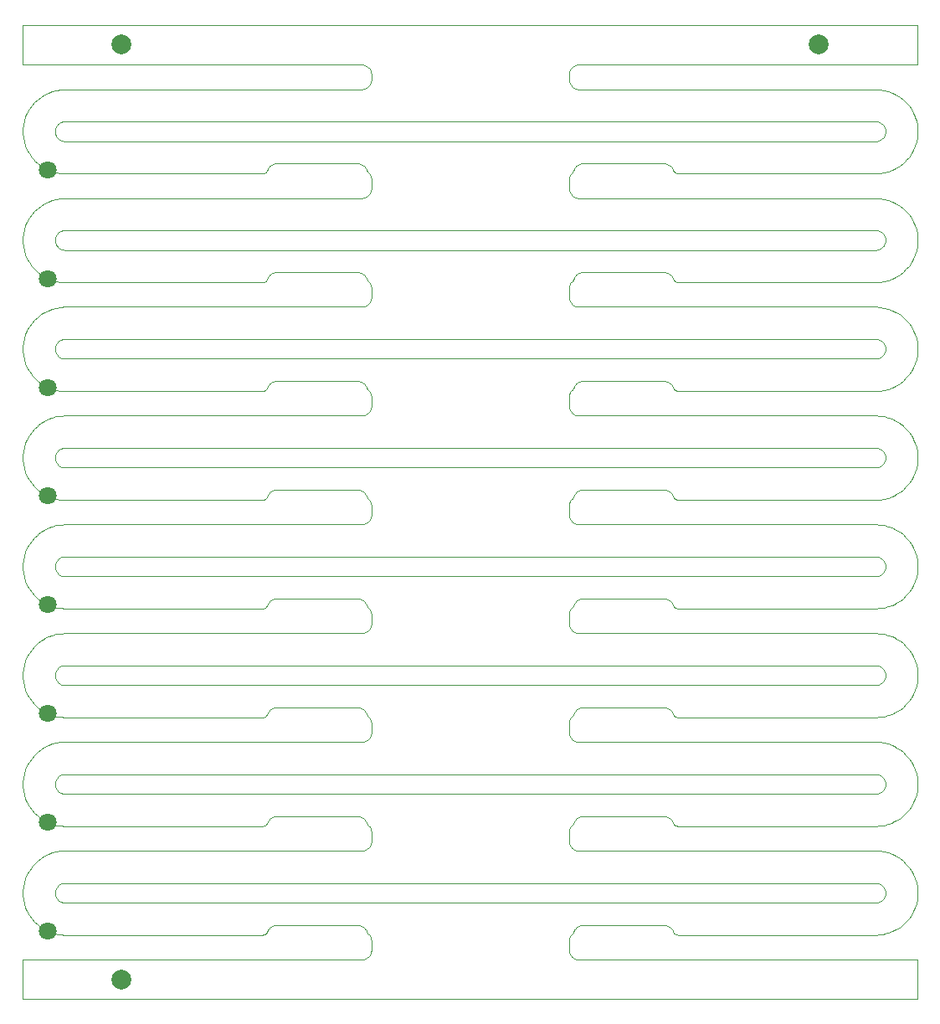
<source format=gbr>
G04 #@! TF.GenerationSoftware,KiCad,Pcbnew,5.1.5+dfsg1-2build2*
G04 #@! TF.CreationDate,2021-10-10T04:01:27+00:00*
G04 #@! TF.ProjectId,bobbin_bottom_4.0,626f6262-696e-45f6-926f-74746f6d5f34,rev?*
G04 #@! TF.SameCoordinates,Original*
G04 #@! TF.FileFunction,Soldermask,Top*
G04 #@! TF.FilePolarity,Negative*
%FSLAX46Y46*%
G04 Gerber Fmt 4.6, Leading zero omitted, Abs format (unit mm)*
G04 Created by KiCad (PCBNEW 5.1.5+dfsg1-2build2) date 2021-10-10 04:01:27*
%MOMM*%
%LPD*%
G04 APERTURE LIST*
G04 #@! TA.AperFunction,Profile*
%ADD10C,0.100000*%
G04 #@! TD*
%ADD11C,2.000000*%
%ADD12C,1.800000*%
G04 APERTURE END LIST*
D10*
X136499900Y-77215900D02*
X136401100Y-77236200D01*
X136596400Y-77185700D02*
X136499900Y-77215900D01*
X136689300Y-77145900D02*
X136596400Y-77185700D01*
X136777600Y-77096800D02*
X136689300Y-77145900D01*
X136860600Y-77039100D02*
X136777600Y-77096800D01*
X136937300Y-76973300D02*
X136860600Y-77039100D01*
X137007100Y-76899800D02*
X136937300Y-76973300D01*
X137069000Y-76819900D02*
X137007100Y-76899800D01*
X137122400Y-76734100D02*
X137069000Y-76819900D01*
X137166900Y-76643400D02*
X137122400Y-76734100D01*
X137202000Y-76548600D02*
X137166900Y-76643400D01*
X137227300Y-76450700D02*
X137202000Y-76548600D01*
X137242600Y-76350800D02*
X137227300Y-76450700D01*
X137247700Y-76249900D02*
X137242600Y-76350800D01*
X137242600Y-76149200D02*
X137247700Y-76249900D01*
X137227300Y-76049300D02*
X137242600Y-76149200D01*
X137202000Y-75951500D02*
X137227300Y-76049300D01*
X137166900Y-75856700D02*
X137202000Y-75951500D01*
X137122400Y-75766000D02*
X137166900Y-75856700D01*
X137069000Y-75680200D02*
X137122400Y-75766000D01*
X137007100Y-75600300D02*
X137069000Y-75680200D01*
X136937300Y-75526800D02*
X137007100Y-75600300D01*
X136860600Y-75461000D02*
X136937300Y-75526800D01*
X136777600Y-75403300D02*
X136860600Y-75461000D01*
X136689300Y-75354200D02*
X136777600Y-75403300D01*
X136596600Y-75314500D02*
X136689300Y-75354200D01*
X136500200Y-75284200D02*
X136596600Y-75314500D01*
X136401200Y-75263800D02*
X136500200Y-75284200D01*
X136300700Y-75253600D02*
X136401200Y-75263800D01*
X136224800Y-75251000D02*
X136300700Y-75253600D01*
X54275400Y-75251000D02*
X136224800Y-75251000D01*
X54199100Y-75253600D02*
X54275400Y-75251000D01*
X54098800Y-75263800D02*
X54199100Y-75253600D01*
X53999800Y-75284200D02*
X54098800Y-75263800D01*
X53903400Y-75314500D02*
X53999800Y-75284200D01*
X53810500Y-75354300D02*
X53903400Y-75314500D01*
X53722100Y-75403400D02*
X53810500Y-75354300D01*
X53639200Y-75461200D02*
X53722100Y-75403400D01*
X53562500Y-75527000D02*
X53639200Y-75461200D01*
X53492900Y-75600300D02*
X53562500Y-75527000D01*
X53431000Y-75680200D02*
X53492900Y-75600300D01*
X53377600Y-75766000D02*
X53431000Y-75680200D01*
X53333100Y-75856700D02*
X53377600Y-75766000D01*
X53298100Y-75951200D02*
X53333100Y-75856700D01*
X53272700Y-76049100D02*
X53298100Y-75951200D01*
X53257400Y-76149000D02*
X53272700Y-76049100D01*
X53252300Y-76249900D02*
X53257400Y-76149000D01*
X53257400Y-76350800D02*
X53252300Y-76249900D01*
X53272700Y-76450700D02*
X53257400Y-76350800D01*
X53298000Y-76548600D02*
X53272700Y-76450700D01*
X53333100Y-76643400D02*
X53298000Y-76548600D01*
X53377600Y-76734100D02*
X53333100Y-76643400D01*
X53431000Y-76819900D02*
X53377600Y-76734100D01*
X53492900Y-76899800D02*
X53431000Y-76819900D01*
X53562500Y-76973100D02*
X53492900Y-76899800D01*
X53639200Y-77038900D02*
X53562500Y-76973100D01*
X53722100Y-77096700D02*
X53639200Y-77038900D01*
X53810500Y-77145700D02*
X53722100Y-77096700D01*
X53903400Y-77185600D02*
X53810500Y-77145700D01*
X53999800Y-77215900D02*
X53903400Y-77185600D01*
X54098800Y-77236200D02*
X53999800Y-77215900D01*
X54199300Y-77246500D02*
X54098800Y-77236200D01*
X54275200Y-77249000D02*
X54199300Y-77246500D01*
X136224900Y-77249000D02*
X54275200Y-77249000D01*
X136300500Y-77246500D02*
X136224900Y-77249000D01*
X136401100Y-77236200D02*
X136300500Y-77246500D01*
X136499900Y-132216000D02*
X136401100Y-132236300D01*
X136596400Y-132185800D02*
X136499900Y-132216000D01*
X136689300Y-132145900D02*
X136596400Y-132185800D01*
X136777600Y-132096900D02*
X136689300Y-132145900D01*
X136860600Y-132039200D02*
X136777600Y-132096900D01*
X136937300Y-131973400D02*
X136860600Y-132039200D01*
X137007100Y-131899900D02*
X136937300Y-131973400D01*
X137069000Y-131820000D02*
X137007100Y-131899900D01*
X137122400Y-131734200D02*
X137069000Y-131820000D01*
X137166900Y-131643500D02*
X137122400Y-131734200D01*
X137202000Y-131548700D02*
X137166900Y-131643500D01*
X137227300Y-131450800D02*
X137202000Y-131548700D01*
X137242600Y-131350900D02*
X137227300Y-131450800D01*
X137247700Y-131250000D02*
X137242600Y-131350900D01*
X137242600Y-131149300D02*
X137247700Y-131250000D01*
X137227300Y-131049400D02*
X137242600Y-131149300D01*
X137202000Y-130951600D02*
X137227300Y-131049400D01*
X137166900Y-130856800D02*
X137202000Y-130951600D01*
X137122400Y-130766100D02*
X137166900Y-130856800D01*
X137069000Y-130680300D02*
X137122400Y-130766100D01*
X137007100Y-130600300D02*
X137069000Y-130680300D01*
X136937300Y-130526900D02*
X137007100Y-130600300D01*
X136860600Y-130461100D02*
X136937300Y-130526900D01*
X136777600Y-130403300D02*
X136860600Y-130461100D01*
X136689300Y-130354300D02*
X136777600Y-130403300D01*
X136596600Y-130314600D02*
X136689300Y-130354300D01*
X136500200Y-130284300D02*
X136596600Y-130314600D01*
X136401200Y-130263900D02*
X136500200Y-130284300D01*
X136300700Y-130253700D02*
X136401200Y-130263900D01*
X136224800Y-130251100D02*
X136300700Y-130253700D01*
X54275400Y-130251100D02*
X136224800Y-130251100D01*
X54199200Y-130253700D02*
X54275400Y-130251100D01*
X54098800Y-130263900D02*
X54199200Y-130253700D01*
X53999800Y-130284300D02*
X54098800Y-130263900D01*
X53903400Y-130314600D02*
X53999800Y-130284300D01*
X53810500Y-130354400D02*
X53903400Y-130314600D01*
X53722100Y-130403500D02*
X53810500Y-130354400D01*
X53639200Y-130461200D02*
X53722100Y-130403500D01*
X53562500Y-130527100D02*
X53639200Y-130461200D01*
X53492900Y-130600300D02*
X53562500Y-130527100D01*
X53431000Y-130680300D02*
X53492900Y-130600300D01*
X53377600Y-130766100D02*
X53431000Y-130680300D01*
X53333100Y-130856800D02*
X53377600Y-130766100D01*
X53298100Y-130951300D02*
X53333100Y-130856800D01*
X53272700Y-131049200D02*
X53298100Y-130951300D01*
X53257400Y-131149100D02*
X53272700Y-131049200D01*
X53252300Y-131250000D02*
X53257400Y-131149100D01*
X53257400Y-131350900D02*
X53252300Y-131250000D01*
X53272700Y-131450800D02*
X53257400Y-131350900D01*
X53298000Y-131548700D02*
X53272700Y-131450800D01*
X53333100Y-131643500D02*
X53298000Y-131548700D01*
X53377600Y-131734200D02*
X53333100Y-131643500D01*
X53431000Y-131820000D02*
X53377600Y-131734200D01*
X53492900Y-131899900D02*
X53431000Y-131820000D01*
X53562500Y-131973200D02*
X53492900Y-131899900D01*
X53639200Y-132039000D02*
X53562500Y-131973200D01*
X53722100Y-132096800D02*
X53639200Y-132039000D01*
X53810500Y-132145800D02*
X53722100Y-132096800D01*
X53903400Y-132185700D02*
X53810500Y-132145800D01*
X53999800Y-132216000D02*
X53903400Y-132185700D01*
X54098800Y-132236300D02*
X53999800Y-132216000D01*
X54199300Y-132246600D02*
X54098800Y-132236300D01*
X54275200Y-132249100D02*
X54199300Y-132246600D01*
X136224900Y-132249100D02*
X54275200Y-132249100D01*
X136300500Y-132246500D02*
X136224900Y-132249100D01*
X136401100Y-132236300D02*
X136300500Y-132246500D01*
X136499900Y-66215900D02*
X136401000Y-66236200D01*
X136596400Y-66185700D02*
X136499900Y-66215900D01*
X136689300Y-66145800D02*
X136596400Y-66185700D01*
X136777600Y-66096800D02*
X136689300Y-66145800D01*
X136860600Y-66039100D02*
X136777600Y-66096800D01*
X136937300Y-65973300D02*
X136860600Y-66039100D01*
X137007100Y-65899800D02*
X136937300Y-65973300D01*
X137068800Y-65820100D02*
X137007100Y-65899800D01*
X137122300Y-65734300D02*
X137068800Y-65820100D01*
X137166800Y-65643600D02*
X137122300Y-65734300D01*
X137201900Y-65548800D02*
X137166800Y-65643600D01*
X137227300Y-65451000D02*
X137201900Y-65548800D01*
X137242600Y-65351100D02*
X137227300Y-65451000D01*
X137247700Y-65250200D02*
X137242600Y-65351100D01*
X137242600Y-65149200D02*
X137247700Y-65250200D01*
X137227300Y-65049300D02*
X137242600Y-65149200D01*
X137202000Y-64951500D02*
X137227300Y-65049300D01*
X137166800Y-64856400D02*
X137202000Y-64951500D01*
X137122300Y-64765700D02*
X137166800Y-64856400D01*
X137068800Y-64679900D02*
X137122300Y-64765700D01*
X137006900Y-64600000D02*
X137068800Y-64679900D01*
X136937300Y-64526800D02*
X137006900Y-64600000D01*
X136860600Y-64461000D02*
X136937300Y-64526800D01*
X136777600Y-64403200D02*
X136860600Y-64461000D01*
X136689500Y-64354300D02*
X136777600Y-64403200D01*
X136596600Y-64314500D02*
X136689500Y-64354300D01*
X136500200Y-64284200D02*
X136596600Y-64314500D01*
X136401200Y-64263800D02*
X136500200Y-64284200D01*
X136300700Y-64253600D02*
X136401200Y-64263800D01*
X136224800Y-64251000D02*
X136300700Y-64253600D01*
X54275300Y-64251000D02*
X136224800Y-64251000D01*
X54199200Y-64253600D02*
X54275300Y-64251000D01*
X54098800Y-64263800D02*
X54199200Y-64253600D01*
X53999800Y-64284200D02*
X54098800Y-64263800D01*
X53903400Y-64314500D02*
X53999800Y-64284200D01*
X53810500Y-64354300D02*
X53903400Y-64314500D01*
X53722100Y-64403400D02*
X53810500Y-64354300D01*
X53639200Y-64461100D02*
X53722100Y-64403400D01*
X53562500Y-64527000D02*
X53639200Y-64461100D01*
X53492900Y-64600200D02*
X53562500Y-64527000D01*
X53431000Y-64680200D02*
X53492900Y-64600200D01*
X53377600Y-64765900D02*
X53431000Y-64680200D01*
X53333100Y-64856700D02*
X53377600Y-64765900D01*
X53298000Y-64951500D02*
X53333100Y-64856700D01*
X53272700Y-65049000D02*
X53298000Y-64951500D01*
X53257400Y-65148900D02*
X53272700Y-65049000D01*
X53252300Y-65249900D02*
X53257400Y-65148900D01*
X53257400Y-65350800D02*
X53252300Y-65249900D01*
X53272700Y-65450700D02*
X53257400Y-65350800D01*
X53298000Y-65548600D02*
X53272700Y-65450700D01*
X53333100Y-65643300D02*
X53298000Y-65548600D01*
X53377600Y-65734100D02*
X53333100Y-65643300D01*
X53431000Y-65819900D02*
X53377600Y-65734100D01*
X53492900Y-65899800D02*
X53431000Y-65819900D01*
X53562500Y-65973100D02*
X53492900Y-65899800D01*
X53639200Y-66038900D02*
X53562500Y-65973100D01*
X53722100Y-66096700D02*
X53639200Y-66038900D01*
X53810500Y-66145700D02*
X53722100Y-66096700D01*
X53903400Y-66185600D02*
X53810500Y-66145700D01*
X53999800Y-66215900D02*
X53903400Y-66185600D01*
X54098800Y-66236200D02*
X53999800Y-66215900D01*
X54199300Y-66246400D02*
X54098800Y-66236200D01*
X54275200Y-66249000D02*
X54199300Y-66246400D01*
X136224900Y-66249000D02*
X54275200Y-66249000D01*
X136300600Y-66246400D02*
X136224900Y-66249000D01*
X136401000Y-66236200D02*
X136300600Y-66246400D01*
X136499900Y-121216000D02*
X136401000Y-121236300D01*
X136596400Y-121185800D02*
X136499900Y-121216000D01*
X136689300Y-121145900D02*
X136596400Y-121185800D01*
X136777600Y-121096900D02*
X136689300Y-121145900D01*
X136860600Y-121039200D02*
X136777600Y-121096900D01*
X136937300Y-120973300D02*
X136860600Y-121039200D01*
X137007100Y-120899900D02*
X136937300Y-120973300D01*
X137069000Y-120820000D02*
X137007100Y-120899900D01*
X137122400Y-120734200D02*
X137069000Y-120820000D01*
X137166900Y-120643400D02*
X137122400Y-120734200D01*
X137202000Y-120548700D02*
X137166900Y-120643400D01*
X137227300Y-120450800D02*
X137202000Y-120548700D01*
X137242600Y-120350900D02*
X137227300Y-120450800D01*
X137247700Y-120250000D02*
X137242600Y-120350900D01*
X137242600Y-120149300D02*
X137247700Y-120250000D01*
X137227300Y-120049400D02*
X137242600Y-120149300D01*
X137202000Y-119951600D02*
X137227300Y-120049400D01*
X137166900Y-119856800D02*
X137202000Y-119951600D01*
X137122400Y-119766000D02*
X137166900Y-119856800D01*
X137069000Y-119680300D02*
X137122400Y-119766000D01*
X137007100Y-119600300D02*
X137069000Y-119680300D01*
X136937300Y-119526900D02*
X137007100Y-119600300D01*
X136860600Y-119461100D02*
X136937300Y-119526900D01*
X136777600Y-119403300D02*
X136860600Y-119461100D01*
X136689300Y-119354300D02*
X136777600Y-119403300D01*
X136596600Y-119314500D02*
X136689300Y-119354300D01*
X136500200Y-119284300D02*
X136596600Y-119314500D01*
X136401200Y-119263900D02*
X136500200Y-119284300D01*
X136300700Y-119253700D02*
X136401200Y-119263900D01*
X136224800Y-119251100D02*
X136300700Y-119253700D01*
X54275300Y-119251100D02*
X136224800Y-119251100D01*
X54199300Y-119253700D02*
X54275300Y-119251100D01*
X54098800Y-119263900D02*
X54199300Y-119253700D01*
X53999800Y-119284300D02*
X54098800Y-119263900D01*
X53903400Y-119314500D02*
X53999800Y-119284300D01*
X53810500Y-119354400D02*
X53903400Y-119314500D01*
X53722100Y-119403500D02*
X53810500Y-119354400D01*
X53639200Y-119461200D02*
X53722100Y-119403500D01*
X53562500Y-119527100D02*
X53639200Y-119461200D01*
X53492900Y-119600300D02*
X53562500Y-119527100D01*
X53431000Y-119680300D02*
X53492900Y-119600300D01*
X53377600Y-119766000D02*
X53431000Y-119680300D01*
X53333100Y-119856800D02*
X53377600Y-119766000D01*
X53298100Y-119951300D02*
X53333100Y-119856800D01*
X53272700Y-120049100D02*
X53298100Y-119951300D01*
X53257400Y-120149000D02*
X53272700Y-120049100D01*
X53252300Y-120250000D02*
X53257400Y-120149000D01*
X53257400Y-120350900D02*
X53252300Y-120250000D01*
X53272700Y-120450800D02*
X53257400Y-120350900D01*
X53298000Y-120548700D02*
X53272700Y-120450800D01*
X53333100Y-120643400D02*
X53298000Y-120548700D01*
X53377600Y-120734200D02*
X53333100Y-120643400D01*
X53431000Y-120820000D02*
X53377600Y-120734200D01*
X53492900Y-120899900D02*
X53431000Y-120820000D01*
X53562500Y-120973200D02*
X53492900Y-120899900D01*
X53639200Y-121039000D02*
X53562500Y-120973200D01*
X53722100Y-121096700D02*
X53639200Y-121039000D01*
X53810500Y-121145800D02*
X53722100Y-121096700D01*
X53903400Y-121185700D02*
X53810500Y-121145800D01*
X53999800Y-121215900D02*
X53903400Y-121185700D01*
X54098800Y-121236300D02*
X53999800Y-121215900D01*
X54199300Y-121246500D02*
X54098800Y-121236300D01*
X54275200Y-121249100D02*
X54199300Y-121246500D01*
X136224800Y-121249100D02*
X54275200Y-121249100D01*
X136300600Y-121246500D02*
X136224800Y-121249100D01*
X136401000Y-121236300D02*
X136300600Y-121246500D01*
X136499900Y-55215900D02*
X136401000Y-55236200D01*
X136596400Y-55185700D02*
X136499900Y-55215900D01*
X136689300Y-55145800D02*
X136596400Y-55185700D01*
X136777600Y-55096800D02*
X136689300Y-55145800D01*
X136860600Y-55039100D02*
X136777600Y-55096800D01*
X136937300Y-54973200D02*
X136860600Y-55039100D01*
X137007100Y-54899800D02*
X136937300Y-54973200D01*
X137068800Y-54820100D02*
X137007100Y-54899800D01*
X137122300Y-54734300D02*
X137068800Y-54820100D01*
X137166800Y-54643600D02*
X137122300Y-54734300D01*
X137201900Y-54548800D02*
X137166800Y-54643600D01*
X137227300Y-54451000D02*
X137201900Y-54548800D01*
X137242600Y-54351100D02*
X137227300Y-54451000D01*
X137247700Y-54250100D02*
X137242600Y-54351100D01*
X137242600Y-54149200D02*
X137247700Y-54250100D01*
X137227300Y-54049300D02*
X137242600Y-54149200D01*
X137202000Y-53951500D02*
X137227300Y-54049300D01*
X137166800Y-53856400D02*
X137202000Y-53951500D01*
X137122300Y-53765700D02*
X137166800Y-53856400D01*
X137068800Y-53679900D02*
X137122300Y-53765700D01*
X137006900Y-53600000D02*
X137068800Y-53679900D01*
X136937300Y-53526800D02*
X137006900Y-53600000D01*
X136860600Y-53460900D02*
X136937300Y-53526800D01*
X136777600Y-53403200D02*
X136860600Y-53460900D01*
X136689500Y-53354300D02*
X136777600Y-53403200D01*
X136596600Y-53314400D02*
X136689500Y-53354300D01*
X136500200Y-53284200D02*
X136596600Y-53314400D01*
X136401200Y-53263800D02*
X136500200Y-53284200D01*
X136300700Y-53253600D02*
X136401200Y-53263800D01*
X136224800Y-53251000D02*
X136300700Y-53253600D01*
X54275200Y-53251000D02*
X136224800Y-53251000D01*
X54199300Y-53253600D02*
X54275200Y-53251000D01*
X54098800Y-53263800D02*
X54199300Y-53253600D01*
X53999800Y-53284200D02*
X54098800Y-53263800D01*
X53903400Y-53314400D02*
X53999800Y-53284200D01*
X53810500Y-53354300D02*
X53903400Y-53314400D01*
X53722100Y-53403400D02*
X53810500Y-53354300D01*
X53639200Y-53461100D02*
X53722100Y-53403400D01*
X53562500Y-53527000D02*
X53639200Y-53461100D01*
X53492900Y-53600200D02*
X53562500Y-53527000D01*
X53431000Y-53680200D02*
X53492900Y-53600200D01*
X53377600Y-53765900D02*
X53431000Y-53680200D01*
X53333100Y-53856700D02*
X53377600Y-53765900D01*
X53298000Y-53951500D02*
X53333100Y-53856700D01*
X53272700Y-54049000D02*
X53298000Y-53951500D01*
X53257400Y-54148900D02*
X53272700Y-54049000D01*
X53252300Y-54249900D02*
X53257400Y-54148900D01*
X53257400Y-54350800D02*
X53252300Y-54249900D01*
X53272700Y-54450700D02*
X53257400Y-54350800D01*
X53298000Y-54548500D02*
X53272700Y-54450700D01*
X53333100Y-54643300D02*
X53298000Y-54548500D01*
X53377600Y-54734100D02*
X53333100Y-54643300D01*
X53431000Y-54819900D02*
X53377600Y-54734100D01*
X53492900Y-54899800D02*
X53431000Y-54819900D01*
X53562500Y-54973000D02*
X53492900Y-54899800D01*
X53639200Y-55038900D02*
X53562500Y-54973000D01*
X53722100Y-55096600D02*
X53639200Y-55038900D01*
X53810500Y-55145700D02*
X53722100Y-55096600D01*
X53903400Y-55185600D02*
X53810500Y-55145700D01*
X53999800Y-55215800D02*
X53903400Y-55185600D01*
X54098800Y-55236200D02*
X53999800Y-55215800D01*
X54199300Y-55246400D02*
X54098800Y-55236200D01*
X54275200Y-55249000D02*
X54199300Y-55246400D01*
X136224800Y-55249000D02*
X54275200Y-55249000D01*
X136300700Y-55246400D02*
X136224800Y-55249000D01*
X136401000Y-55236200D02*
X136300700Y-55246400D01*
X136500200Y-110215900D02*
X136400900Y-110236300D01*
X136596600Y-110185700D02*
X136500200Y-110215900D01*
X136689500Y-110145800D02*
X136596600Y-110185700D01*
X136777900Y-110096700D02*
X136689500Y-110145800D01*
X136860800Y-110039000D02*
X136777900Y-110096700D01*
X136937500Y-109973100D02*
X136860800Y-110039000D01*
X137007100Y-109899900D02*
X136937500Y-109973100D01*
X137069000Y-109819900D02*
X137007100Y-109899900D01*
X137122400Y-109734200D02*
X137069000Y-109819900D01*
X137166900Y-109643400D02*
X137122400Y-109734200D01*
X137202000Y-109548600D02*
X137166900Y-109643400D01*
X137227300Y-109450800D02*
X137202000Y-109548600D01*
X137242600Y-109350900D02*
X137227300Y-109450800D01*
X137247700Y-109250000D02*
X137242600Y-109350900D01*
X137242600Y-109149300D02*
X137247700Y-109250000D01*
X137227300Y-109049400D02*
X137242600Y-109149300D01*
X137202000Y-108951500D02*
X137227300Y-109049400D01*
X137166900Y-108856800D02*
X137202000Y-108951500D01*
X137122400Y-108766000D02*
X137166900Y-108856800D01*
X137069000Y-108680200D02*
X137122400Y-108766000D01*
X137007100Y-108600300D02*
X137069000Y-108680200D01*
X136937300Y-108526900D02*
X137007100Y-108600300D01*
X136860600Y-108461000D02*
X136937300Y-108526900D01*
X136777600Y-108403300D02*
X136860600Y-108461000D01*
X136689300Y-108354300D02*
X136777600Y-108403300D01*
X136596600Y-108314500D02*
X136689300Y-108354300D01*
X136500200Y-108284300D02*
X136596600Y-108314500D01*
X136401200Y-108263900D02*
X136500200Y-108284300D01*
X136300700Y-108253700D02*
X136401200Y-108263900D01*
X136224800Y-108251100D02*
X136300700Y-108253700D01*
X54275200Y-108251100D02*
X136224800Y-108251100D01*
X54199400Y-108253700D02*
X54275200Y-108251100D01*
X54098800Y-108263900D02*
X54199400Y-108253700D01*
X53999800Y-108284300D02*
X54098800Y-108263900D01*
X53903400Y-108314500D02*
X53999800Y-108284300D01*
X53810500Y-108354400D02*
X53903400Y-108314500D01*
X53722100Y-108403500D02*
X53810500Y-108354400D01*
X53639200Y-108461200D02*
X53722100Y-108403500D01*
X53562500Y-108527000D02*
X53639200Y-108461200D01*
X53492900Y-108600300D02*
X53562500Y-108527000D01*
X53431000Y-108680200D02*
X53492900Y-108600300D01*
X53377600Y-108766000D02*
X53431000Y-108680200D01*
X53333100Y-108856800D02*
X53377600Y-108766000D01*
X53298100Y-108951300D02*
X53333100Y-108856800D01*
X53272700Y-109049100D02*
X53298100Y-108951300D01*
X53257400Y-109149000D02*
X53272700Y-109049100D01*
X53252300Y-109250000D02*
X53257400Y-109149000D01*
X53257400Y-109350900D02*
X53252300Y-109250000D01*
X53272700Y-109450800D02*
X53257400Y-109350900D01*
X53298000Y-109548600D02*
X53272700Y-109450800D01*
X53333100Y-109643400D02*
X53298000Y-109548600D01*
X53377600Y-109734200D02*
X53333100Y-109643400D01*
X53431000Y-109819900D02*
X53377600Y-109734200D01*
X53492900Y-109899900D02*
X53431000Y-109819900D01*
X53562500Y-109973100D02*
X53492900Y-109899900D01*
X53639200Y-110039000D02*
X53562500Y-109973100D01*
X53722100Y-110096700D02*
X53639200Y-110039000D01*
X53810500Y-110145800D02*
X53722100Y-110096700D01*
X53903400Y-110185700D02*
X53810500Y-110145800D01*
X53999800Y-110215900D02*
X53903400Y-110185700D01*
X54098800Y-110236300D02*
X53999800Y-110215900D01*
X54199300Y-110246500D02*
X54098800Y-110236300D01*
X54275200Y-110249100D02*
X54199300Y-110246500D01*
X136224700Y-110249100D02*
X54275200Y-110249100D01*
X136300700Y-110246500D02*
X136224700Y-110249100D01*
X136400900Y-110236300D02*
X136300700Y-110246500D01*
X136500200Y-99215900D02*
X136400800Y-99236300D01*
X136596600Y-99185600D02*
X136500200Y-99215900D01*
X136689500Y-99145800D02*
X136596600Y-99185600D01*
X136777900Y-99096700D02*
X136689500Y-99145800D01*
X136860800Y-99039000D02*
X136777900Y-99096700D01*
X136937500Y-98973100D02*
X136860800Y-99039000D01*
X137007100Y-98899900D02*
X136937500Y-98973100D01*
X137069000Y-98819900D02*
X137007100Y-98899900D01*
X137122400Y-98734100D02*
X137069000Y-98819900D01*
X137166900Y-98643400D02*
X137122400Y-98734100D01*
X137202000Y-98548600D02*
X137166900Y-98643400D01*
X137227300Y-98450800D02*
X137202000Y-98548600D01*
X137242600Y-98350900D02*
X137227300Y-98450800D01*
X137247700Y-98249900D02*
X137242600Y-98350900D01*
X137242600Y-98149300D02*
X137247700Y-98249900D01*
X137227300Y-98049400D02*
X137242600Y-98149300D01*
X137202000Y-97951500D02*
X137227300Y-98049400D01*
X137166900Y-97856700D02*
X137202000Y-97951500D01*
X137122400Y-97766000D02*
X137166900Y-97856700D01*
X137069000Y-97680200D02*
X137122400Y-97766000D01*
X137007100Y-97600300D02*
X137069000Y-97680200D01*
X136937300Y-97526800D02*
X137007100Y-97600300D01*
X136860600Y-97461000D02*
X136937300Y-97526800D01*
X136777600Y-97403300D02*
X136860600Y-97461000D01*
X136689300Y-97354300D02*
X136777600Y-97403300D01*
X136596600Y-97314500D02*
X136689300Y-97354300D01*
X136500200Y-97284200D02*
X136596600Y-97314500D01*
X136401200Y-97263900D02*
X136500200Y-97284200D01*
X136300700Y-97253600D02*
X136401200Y-97263900D01*
X136224800Y-97251100D02*
X136300700Y-97253600D01*
X54275100Y-97251100D02*
X136224800Y-97251100D01*
X54199500Y-97253700D02*
X54275100Y-97251100D01*
X54098800Y-97263900D02*
X54199500Y-97253700D01*
X53999800Y-97284200D02*
X54098800Y-97263900D01*
X53903400Y-97314500D02*
X53999800Y-97284200D01*
X53810500Y-97354400D02*
X53903400Y-97314500D01*
X53722100Y-97403400D02*
X53810500Y-97354400D01*
X53639200Y-97461200D02*
X53722100Y-97403400D01*
X53562500Y-97527000D02*
X53639200Y-97461200D01*
X53492900Y-97600300D02*
X53562500Y-97527000D01*
X53431000Y-97680200D02*
X53492900Y-97600300D01*
X53377600Y-97766000D02*
X53431000Y-97680200D01*
X53333100Y-97856700D02*
X53377600Y-97766000D01*
X53298100Y-97951300D02*
X53333100Y-97856700D01*
X53272700Y-98049100D02*
X53298100Y-97951300D01*
X53257400Y-98149000D02*
X53272700Y-98049100D01*
X53252300Y-98249900D02*
X53257400Y-98149000D01*
X53257400Y-98350900D02*
X53252300Y-98249900D01*
X53272700Y-98450800D02*
X53257400Y-98350900D01*
X53298000Y-98548600D02*
X53272700Y-98450800D01*
X53333100Y-98643400D02*
X53298000Y-98548600D01*
X53377600Y-98734100D02*
X53333100Y-98643400D01*
X53431000Y-98819900D02*
X53377600Y-98734100D01*
X53492900Y-98899900D02*
X53431000Y-98819900D01*
X53562500Y-98973100D02*
X53492900Y-98899900D01*
X53639200Y-99039000D02*
X53562500Y-98973100D01*
X53722100Y-99096700D02*
X53639200Y-99039000D01*
X53810500Y-99145800D02*
X53722100Y-99096700D01*
X53903400Y-99185600D02*
X53810500Y-99145800D01*
X53999800Y-99215900D02*
X53903400Y-99185600D01*
X54098800Y-99236300D02*
X53999800Y-99215900D01*
X54199300Y-99246500D02*
X54098800Y-99236300D01*
X54275200Y-99249100D02*
X54199300Y-99246500D01*
X136224600Y-99249100D02*
X54275200Y-99249100D01*
X136300800Y-99246500D02*
X136224600Y-99249100D01*
X136400800Y-99236300D02*
X136300800Y-99246500D01*
X136500200Y-88215900D02*
X136400700Y-88236300D01*
X136596600Y-88185600D02*
X136500200Y-88215900D01*
X136689500Y-88145700D02*
X136596600Y-88185600D01*
X136777900Y-88096700D02*
X136689500Y-88145700D01*
X136860800Y-88038900D02*
X136777900Y-88096700D01*
X136937500Y-87973100D02*
X136860800Y-88038900D01*
X137007100Y-87899800D02*
X136937500Y-87973100D01*
X137069000Y-87819900D02*
X137007100Y-87899800D01*
X137122400Y-87734100D02*
X137069000Y-87819900D01*
X137166900Y-87643400D02*
X137122400Y-87734100D01*
X137202000Y-87548600D02*
X137166900Y-87643400D01*
X137227300Y-87450800D02*
X137202000Y-87548600D01*
X137242600Y-87350900D02*
X137227300Y-87450800D01*
X137247700Y-87249900D02*
X137242600Y-87350900D01*
X137242600Y-87149300D02*
X137247700Y-87249900D01*
X137227300Y-87049400D02*
X137242600Y-87149300D01*
X137202000Y-86951500D02*
X137227300Y-87049400D01*
X137166900Y-86856700D02*
X137202000Y-86951500D01*
X137122400Y-86766000D02*
X137166900Y-86856700D01*
X137069000Y-86680200D02*
X137122400Y-86766000D01*
X137007100Y-86600300D02*
X137069000Y-86680200D01*
X136937300Y-86526800D02*
X137007100Y-86600300D01*
X136860600Y-86461000D02*
X136937300Y-86526800D01*
X136777600Y-86403300D02*
X136860600Y-86461000D01*
X136689300Y-86354200D02*
X136777600Y-86403300D01*
X136596600Y-86314500D02*
X136689300Y-86354200D01*
X136500200Y-86284200D02*
X136596600Y-86314500D01*
X136401200Y-86263900D02*
X136500200Y-86284200D01*
X136300700Y-86253600D02*
X136401200Y-86263900D01*
X136224800Y-86251100D02*
X136300700Y-86253600D01*
X54275000Y-86251100D02*
X136224800Y-86251100D01*
X54199600Y-86253600D02*
X54275000Y-86251100D01*
X54098800Y-86263900D02*
X54199600Y-86253600D01*
X53999800Y-86284200D02*
X54098800Y-86263900D01*
X53903400Y-86314500D02*
X53999800Y-86284200D01*
X53810500Y-86354400D02*
X53903400Y-86314500D01*
X53722100Y-86403400D02*
X53810500Y-86354400D01*
X53639200Y-86461200D02*
X53722100Y-86403400D01*
X53562500Y-86527000D02*
X53639200Y-86461200D01*
X53492900Y-86600300D02*
X53562500Y-86527000D01*
X53431000Y-86680200D02*
X53492900Y-86600300D01*
X53377600Y-86766000D02*
X53431000Y-86680200D01*
X53333100Y-86856700D02*
X53377600Y-86766000D01*
X53298100Y-86951200D02*
X53333100Y-86856700D01*
X53272700Y-87049100D02*
X53298100Y-86951200D01*
X53257400Y-87149000D02*
X53272700Y-87049100D01*
X53252300Y-87249900D02*
X53257400Y-87149000D01*
X53257400Y-87350900D02*
X53252300Y-87249900D01*
X53272700Y-87450800D02*
X53257400Y-87350900D01*
X53298000Y-87548600D02*
X53272700Y-87450800D01*
X53333100Y-87643400D02*
X53298000Y-87548600D01*
X53377600Y-87734100D02*
X53333100Y-87643400D01*
X53431000Y-87819900D02*
X53377600Y-87734100D01*
X53492900Y-87899800D02*
X53431000Y-87819900D01*
X53562500Y-87973100D02*
X53492900Y-87899800D01*
X53639200Y-88038900D02*
X53562500Y-87973100D01*
X53722100Y-88096700D02*
X53639200Y-88038900D01*
X53810500Y-88145700D02*
X53722100Y-88096700D01*
X53903400Y-88185600D02*
X53810500Y-88145700D01*
X53999800Y-88215900D02*
X53903400Y-88185600D01*
X54098800Y-88236200D02*
X53999800Y-88215900D01*
X54199300Y-88246500D02*
X54098800Y-88236200D01*
X54275200Y-88249100D02*
X54199300Y-88246500D01*
X136224500Y-88249100D02*
X54275200Y-88249100D01*
X136300900Y-88246500D02*
X136224500Y-88249100D01*
X136400700Y-88236300D02*
X136300900Y-88246500D01*
X140471000Y-43499000D02*
X50014600Y-43499700D01*
X140486300Y-43499800D02*
X140471000Y-43499000D01*
X140492300Y-43503000D02*
X140486300Y-43499800D01*
X140494800Y-43508200D02*
X140492300Y-43503000D01*
X140495500Y-43523500D02*
X140494800Y-43508200D01*
X140495500Y-47475500D02*
X140495500Y-43523500D01*
X140494300Y-47492700D02*
X140495500Y-47475500D01*
X140491600Y-47496700D02*
X140494300Y-47492700D01*
X140486300Y-47499200D02*
X140491600Y-47496700D01*
X106241200Y-47500000D02*
X140486300Y-47499200D01*
X106144000Y-47504800D02*
X106241200Y-47500000D01*
X106047900Y-47519000D02*
X106144000Y-47504800D01*
X105953600Y-47542600D02*
X106047900Y-47519000D01*
X105862200Y-47575400D02*
X105953600Y-47542600D01*
X105774300Y-47616900D02*
X105862200Y-47575400D01*
X105691000Y-47666900D02*
X105774300Y-47616900D01*
X105613000Y-47724700D02*
X105691000Y-47666900D01*
X105541000Y-47790000D02*
X105613000Y-47724700D01*
X105475700Y-47862000D02*
X105541000Y-47790000D01*
X105417900Y-47940000D02*
X105475700Y-47862000D01*
X105367900Y-48023300D02*
X105417900Y-47940000D01*
X105326400Y-48111100D02*
X105367900Y-48023300D01*
X105293600Y-48202600D02*
X105326400Y-48111100D01*
X105270000Y-48296900D02*
X105293600Y-48202600D01*
X105255800Y-48393000D02*
X105270000Y-48296900D01*
X105251000Y-48490200D02*
X105255800Y-48393000D01*
X105251000Y-49008800D02*
X105251000Y-48490200D01*
X105255800Y-49106000D02*
X105251000Y-49008800D01*
X105270000Y-49202100D02*
X105255800Y-49106000D01*
X105293600Y-49296400D02*
X105270000Y-49202100D01*
X105326400Y-49387900D02*
X105293600Y-49296400D01*
X105367900Y-49475700D02*
X105326400Y-49387900D01*
X105417900Y-49559000D02*
X105367900Y-49475700D01*
X105475700Y-49637000D02*
X105417900Y-49559000D01*
X105541000Y-49709000D02*
X105475700Y-49637000D01*
X105613000Y-49774300D02*
X105541000Y-49709000D01*
X105691000Y-49832100D02*
X105613000Y-49774300D01*
X105774300Y-49882100D02*
X105691000Y-49832100D01*
X105862200Y-49923600D02*
X105774300Y-49882100D01*
X105953600Y-49956400D02*
X105862200Y-49923600D01*
X106047900Y-49980000D02*
X105953600Y-49956400D01*
X106144000Y-49994200D02*
X106047900Y-49980000D01*
X106241200Y-49999000D02*
X106144000Y-49994200D01*
X136243700Y-49999000D02*
X106241200Y-49999000D01*
X136679800Y-50021100D02*
X136243700Y-49999000D01*
X137093100Y-50084100D02*
X136679800Y-50021100D01*
X137118000Y-50089200D02*
X137093100Y-50084100D01*
X137510300Y-50190800D02*
X137118000Y-50089200D01*
X137534500Y-50198400D02*
X137510300Y-50190800D01*
X137926500Y-50343900D02*
X137534500Y-50198400D01*
X138312700Y-50533300D02*
X137926500Y-50343900D01*
X138678100Y-50761100D02*
X138312700Y-50533300D01*
X139008900Y-51016700D02*
X138678100Y-50761100D01*
X139028200Y-51033300D02*
X139008900Y-51016700D01*
X139321900Y-51312400D02*
X139028200Y-51033300D01*
X139339400Y-51330900D02*
X139321900Y-51312400D01*
X139611500Y-51648400D02*
X139339400Y-51330900D01*
X139857200Y-52001400D02*
X139611500Y-51648400D01*
X140066200Y-52377800D02*
X139857200Y-52001400D01*
X140231400Y-52761900D02*
X140066200Y-52377800D01*
X140240200Y-52785700D02*
X140231400Y-52761900D01*
X140361500Y-53172300D02*
X140240200Y-52785700D01*
X140367900Y-53196900D02*
X140361500Y-53172300D01*
X140451700Y-53606600D02*
X140367900Y-53196900D01*
X140494300Y-54022000D02*
X140451700Y-53606600D01*
X140495500Y-54047400D02*
X140494300Y-54022000D01*
X140495200Y-54465600D02*
X140495500Y-54047400D01*
X140451600Y-54893900D02*
X140495200Y-54465600D01*
X140365000Y-55315200D02*
X140451600Y-54893900D01*
X140236200Y-55726100D02*
X140365000Y-55315200D01*
X140066400Y-56121800D02*
X140236200Y-55726100D01*
X139857400Y-56498300D02*
X140066400Y-56121800D01*
X139611500Y-56851700D02*
X139857400Y-56498300D01*
X139339400Y-57169100D02*
X139611500Y-56851700D01*
X139321900Y-57187600D02*
X139339400Y-57169100D01*
X139028200Y-57466700D02*
X139321900Y-57187600D01*
X139008900Y-57483300D02*
X139028200Y-57466700D01*
X138678000Y-57739000D02*
X139008900Y-57483300D01*
X138323800Y-57960100D02*
X138678000Y-57739000D01*
X138301600Y-57972500D02*
X138323800Y-57960100D01*
X137926000Y-58156300D02*
X138301600Y-57972500D01*
X137522700Y-58305700D02*
X137926000Y-58156300D01*
X137105900Y-58413600D02*
X137522700Y-58305700D01*
X136692400Y-58477300D02*
X137105900Y-58413600D01*
X136667400Y-58479800D02*
X136692400Y-58477300D01*
X136243700Y-58501000D02*
X136667400Y-58479800D01*
X116249800Y-58500900D02*
X136243700Y-58501000D01*
X116197400Y-58497900D02*
X116249800Y-58500900D01*
X116146100Y-58489800D02*
X116197400Y-58497900D01*
X116095500Y-58476200D02*
X116146100Y-58489800D01*
X116058300Y-58462300D02*
X116095500Y-58476200D01*
X115999900Y-58433700D02*
X116058300Y-58462300D01*
X115966600Y-58412500D02*
X115999900Y-58433700D01*
X115945300Y-58397000D02*
X115966600Y-58412500D01*
X115905500Y-58363000D02*
X115945300Y-58397000D01*
X115878100Y-58335200D02*
X115905500Y-58363000D01*
X115853000Y-58304700D02*
X115878100Y-58335200D01*
X115816300Y-58250100D02*
X115853000Y-58304700D01*
X115792500Y-58203400D02*
X115816300Y-58250100D01*
X115740500Y-58073800D02*
X115792500Y-58203400D01*
X115697000Y-57990800D02*
X115740500Y-58073800D01*
X115645900Y-57912300D02*
X115697000Y-57990800D01*
X115587700Y-57839000D02*
X115645900Y-57912300D01*
X115522700Y-57771500D02*
X115587700Y-57839000D01*
X115451700Y-57710500D02*
X115522700Y-57771500D01*
X115375200Y-57656400D02*
X115451700Y-57710500D01*
X115293900Y-57609800D02*
X115375200Y-57656400D01*
X115208600Y-57571100D02*
X115293900Y-57609800D01*
X115120000Y-57540700D02*
X115208600Y-57571100D01*
X115029000Y-57518700D02*
X115120000Y-57540700D01*
X114936300Y-57505400D02*
X115029000Y-57518700D01*
X114842500Y-57501000D02*
X114936300Y-57505400D01*
X106657500Y-57501000D02*
X114842500Y-57501000D01*
X106563700Y-57505400D02*
X106657500Y-57501000D01*
X106471000Y-57518700D02*
X106563700Y-57505400D01*
X106380000Y-57540700D02*
X106471000Y-57518700D01*
X106291400Y-57571100D02*
X106380000Y-57540700D01*
X106206100Y-57609800D02*
X106291400Y-57571100D01*
X106124800Y-57656400D02*
X106206100Y-57609800D01*
X106048300Y-57710500D02*
X106124800Y-57656400D01*
X105977300Y-57771500D02*
X106048300Y-57710500D01*
X105912300Y-57839000D02*
X105977300Y-57771500D01*
X105854100Y-57912300D02*
X105912300Y-57839000D01*
X105803000Y-57990800D02*
X105854100Y-57912300D01*
X105759500Y-58073800D02*
X105803000Y-57990800D01*
X105701800Y-58215300D02*
X105759500Y-58073800D01*
X105683700Y-58250100D02*
X105701800Y-58215300D01*
X105662300Y-58283700D02*
X105683700Y-58250100D01*
X105621900Y-58335200D02*
X105662300Y-58283700D01*
X105565200Y-58390300D02*
X105621900Y-58335200D01*
X105494600Y-58463400D02*
X105565200Y-58390300D01*
X105432000Y-58543100D02*
X105494600Y-58463400D01*
X105378000Y-58628700D02*
X105432000Y-58543100D01*
X105332900Y-58719500D02*
X105378000Y-58628700D01*
X105297400Y-58814400D02*
X105332900Y-58719500D01*
X105271700Y-58912400D02*
X105297400Y-58814400D01*
X105256200Y-59012500D02*
X105271700Y-58912400D01*
X105251000Y-59114000D02*
X105256200Y-59012500D01*
X105251000Y-60008800D02*
X105251000Y-59114000D01*
X105255800Y-60106000D02*
X105251000Y-60008800D01*
X105270000Y-60202100D02*
X105255800Y-60106000D01*
X105293600Y-60296400D02*
X105270000Y-60202100D01*
X105326400Y-60387900D02*
X105293600Y-60296400D01*
X105367900Y-60475700D02*
X105326400Y-60387900D01*
X105417900Y-60559000D02*
X105367900Y-60475700D01*
X105475700Y-60637100D02*
X105417900Y-60559000D01*
X105541000Y-60709000D02*
X105475700Y-60637100D01*
X105613000Y-60774300D02*
X105541000Y-60709000D01*
X105691000Y-60832200D02*
X105613000Y-60774300D01*
X105774300Y-60882100D02*
X105691000Y-60832200D01*
X105862200Y-60923600D02*
X105774300Y-60882100D01*
X105953600Y-60956400D02*
X105862200Y-60923600D01*
X106047900Y-60980000D02*
X105953600Y-60956400D01*
X106144000Y-60994200D02*
X106047900Y-60980000D01*
X106241200Y-60999000D02*
X106144000Y-60994200D01*
X136243700Y-60999000D02*
X106241200Y-60999000D01*
X136679800Y-61021100D02*
X136243700Y-60999000D01*
X137105400Y-61086300D02*
X136679800Y-61021100D01*
X137522300Y-61194200D02*
X137105400Y-61086300D01*
X137914500Y-61339100D02*
X137522300Y-61194200D01*
X137937800Y-61349100D02*
X137914500Y-61339100D01*
X138301600Y-61527600D02*
X137937800Y-61349100D01*
X138323800Y-61539900D02*
X138301600Y-61527600D01*
X138678500Y-61761400D02*
X138323800Y-61539900D01*
X139018600Y-62024600D02*
X138678500Y-61761400D01*
X139330700Y-62321300D02*
X139018600Y-62024600D01*
X139603300Y-62638300D02*
X139330700Y-62321300D01*
X139618900Y-62658400D02*
X139603300Y-62638300D01*
X139850300Y-62990900D02*
X139618900Y-62658400D01*
X139863800Y-63012500D02*
X139850300Y-62990900D01*
X140066400Y-63378300D02*
X139863800Y-63012500D01*
X140236000Y-63773500D02*
X140066400Y-63378300D01*
X140364900Y-64184400D02*
X140236000Y-63773500D01*
X140449400Y-64593800D02*
X140364900Y-64184400D01*
X140453300Y-64619000D02*
X140449400Y-64593800D01*
X140494300Y-65022000D02*
X140453300Y-64619000D01*
X140495500Y-65047400D02*
X140494300Y-65022000D01*
X140495200Y-65465600D02*
X140495500Y-65047400D01*
X140451600Y-65894000D02*
X140495200Y-65465600D01*
X140365000Y-66315200D02*
X140451600Y-65894000D01*
X140236200Y-66726100D02*
X140365000Y-66315200D01*
X140066400Y-67121800D02*
X140236200Y-66726100D01*
X139857400Y-67498300D02*
X140066400Y-67121800D01*
X139611500Y-67851700D02*
X139857400Y-67498300D01*
X139339400Y-68169100D02*
X139611500Y-67851700D01*
X139321900Y-68187600D02*
X139339400Y-68169100D01*
X139028200Y-68466700D02*
X139321900Y-68187600D01*
X139008900Y-68483300D02*
X139028200Y-68466700D01*
X138678000Y-68739000D02*
X139008900Y-68483300D01*
X138323800Y-68960100D02*
X138678000Y-68739000D01*
X138301600Y-68972500D02*
X138323800Y-68960100D01*
X137926000Y-69156300D02*
X138301600Y-68972500D01*
X137522700Y-69305700D02*
X137926000Y-69156300D01*
X137105900Y-69413600D02*
X137522700Y-69305700D01*
X136692400Y-69477300D02*
X137105900Y-69413600D01*
X136667400Y-69479900D02*
X136692400Y-69477300D01*
X136243700Y-69501000D02*
X136667400Y-69479900D01*
X116249800Y-69500900D02*
X136243700Y-69501000D01*
X116197400Y-69497900D02*
X116249800Y-69500900D01*
X116146100Y-69489800D02*
X116197400Y-69497900D01*
X116095500Y-69476200D02*
X116146100Y-69489800D01*
X116058300Y-69462300D02*
X116095500Y-69476200D01*
X115999900Y-69433700D02*
X116058300Y-69462300D01*
X115966600Y-69412500D02*
X115999900Y-69433700D01*
X115945300Y-69397100D02*
X115966600Y-69412500D01*
X115905500Y-69363000D02*
X115945300Y-69397100D01*
X115878100Y-69335200D02*
X115905500Y-69363000D01*
X115853000Y-69304700D02*
X115878100Y-69335200D01*
X115816300Y-69250100D02*
X115853000Y-69304700D01*
X115792500Y-69203400D02*
X115816300Y-69250100D01*
X115740500Y-69073800D02*
X115792500Y-69203400D01*
X115697000Y-68990800D02*
X115740500Y-69073800D01*
X115645900Y-68912300D02*
X115697000Y-68990800D01*
X115587700Y-68839000D02*
X115645900Y-68912300D01*
X115522700Y-68771500D02*
X115587700Y-68839000D01*
X115451700Y-68710500D02*
X115522700Y-68771500D01*
X115375200Y-68656400D02*
X115451700Y-68710500D01*
X115293900Y-68609800D02*
X115375200Y-68656400D01*
X115208600Y-68571100D02*
X115293900Y-68609800D01*
X115120000Y-68540700D02*
X115208600Y-68571100D01*
X115029000Y-68518700D02*
X115120000Y-68540700D01*
X114936200Y-68505400D02*
X115029000Y-68518700D01*
X114842400Y-68501000D02*
X114936200Y-68505400D01*
X106657500Y-68501000D02*
X114842400Y-68501000D01*
X106563700Y-68505500D02*
X106657500Y-68501000D01*
X106471000Y-68518700D02*
X106563700Y-68505500D01*
X106380000Y-68540700D02*
X106471000Y-68518700D01*
X106291400Y-68571100D02*
X106380000Y-68540700D01*
X106206100Y-68609800D02*
X106291400Y-68571100D01*
X106124800Y-68656400D02*
X106206100Y-68609800D01*
X106048300Y-68710500D02*
X106124800Y-68656400D01*
X105977300Y-68771500D02*
X106048300Y-68710500D01*
X105912300Y-68839000D02*
X105977300Y-68771500D01*
X105854100Y-68912300D02*
X105912300Y-68839000D01*
X105803000Y-68990900D02*
X105854100Y-68912300D01*
X105759500Y-69073800D02*
X105803000Y-68990900D01*
X105701800Y-69215300D02*
X105759500Y-69073800D01*
X105683400Y-69250600D02*
X105701800Y-69215300D01*
X105655200Y-69294100D02*
X105683400Y-69250600D01*
X105621900Y-69335200D02*
X105655200Y-69294100D01*
X105565200Y-69390300D02*
X105621900Y-69335200D01*
X105494600Y-69463400D02*
X105565200Y-69390300D01*
X105432000Y-69543100D02*
X105494600Y-69463400D01*
X105378000Y-69628800D02*
X105432000Y-69543100D01*
X105332900Y-69719500D02*
X105378000Y-69628800D01*
X105297400Y-69814400D02*
X105332900Y-69719500D01*
X105271700Y-69912400D02*
X105297400Y-69814400D01*
X105256200Y-70012600D02*
X105271700Y-69912400D01*
X105251000Y-70114000D02*
X105256200Y-70012600D01*
X105251000Y-71008800D02*
X105251000Y-70114000D01*
X105255800Y-71106100D02*
X105251000Y-71008800D01*
X105270000Y-71202200D02*
X105255800Y-71106100D01*
X105293600Y-71296400D02*
X105270000Y-71202200D01*
X105326400Y-71387900D02*
X105293600Y-71296400D01*
X105367900Y-71475700D02*
X105326400Y-71387900D01*
X105417900Y-71559000D02*
X105367900Y-71475700D01*
X105475700Y-71637100D02*
X105417900Y-71559000D01*
X105541000Y-71709100D02*
X105475700Y-71637100D01*
X105613000Y-71774300D02*
X105541000Y-71709100D01*
X105691000Y-71832200D02*
X105613000Y-71774300D01*
X105774300Y-71882100D02*
X105691000Y-71832200D01*
X105862200Y-71923700D02*
X105774300Y-71882100D01*
X105953600Y-71956400D02*
X105862200Y-71923700D01*
X106047900Y-71980000D02*
X105953600Y-71956400D01*
X106144000Y-71994200D02*
X106047900Y-71980000D01*
X106241200Y-71999000D02*
X106144000Y-71994200D01*
X136243700Y-71999000D02*
X106241200Y-71999000D01*
X136679800Y-72021100D02*
X136243700Y-71999000D01*
X137105400Y-72086300D02*
X136679800Y-72021100D01*
X137522300Y-72194200D02*
X137105400Y-72086300D01*
X137914500Y-72339100D02*
X137522300Y-72194200D01*
X137937800Y-72349100D02*
X137914500Y-72339100D01*
X138301600Y-72527600D02*
X137937800Y-72349100D01*
X138323800Y-72539900D02*
X138301600Y-72527600D01*
X138678500Y-72761400D02*
X138323800Y-72539900D01*
X139018600Y-73024700D02*
X138678500Y-72761400D01*
X139330700Y-73321300D02*
X139018600Y-73024700D01*
X139603300Y-73638300D02*
X139330700Y-73321300D01*
X139618900Y-73658400D02*
X139603300Y-73638300D01*
X139850300Y-73990900D02*
X139618900Y-73658400D01*
X139863800Y-74012500D02*
X139850300Y-73990900D01*
X140066400Y-74378300D02*
X139863800Y-74012500D01*
X140236000Y-74773500D02*
X140066400Y-74378300D01*
X140364900Y-75184400D02*
X140236000Y-74773500D01*
X140449400Y-75593800D02*
X140364900Y-75184400D01*
X140453300Y-75619000D02*
X140449400Y-75593800D01*
X140494300Y-76022000D02*
X140453300Y-75619000D01*
X140495500Y-76047400D02*
X140494300Y-76022000D01*
X140495200Y-76465600D02*
X140495500Y-76047400D01*
X140451600Y-76894000D02*
X140495200Y-76465600D01*
X140365000Y-77315300D02*
X140451600Y-76894000D01*
X140236200Y-77726100D02*
X140365000Y-77315300D01*
X140066400Y-78121800D02*
X140236200Y-77726100D01*
X139857400Y-78498300D02*
X140066400Y-78121800D01*
X139611500Y-78851700D02*
X139857400Y-78498300D01*
X139339400Y-79169200D02*
X139611500Y-78851700D01*
X139321900Y-79187600D02*
X139339400Y-79169200D01*
X139028200Y-79466700D02*
X139321900Y-79187600D01*
X139008900Y-79483300D02*
X139028200Y-79466700D01*
X138678000Y-79739000D02*
X139008900Y-79483300D01*
X138323800Y-79960100D02*
X138678000Y-79739000D01*
X138301600Y-79972500D02*
X138323800Y-79960100D01*
X137926000Y-80156300D02*
X138301600Y-79972500D01*
X137522200Y-80305900D02*
X137926000Y-80156300D01*
X137105900Y-80413700D02*
X137522200Y-80305900D01*
X136680300Y-80478900D02*
X137105900Y-80413700D01*
X136243700Y-80501000D02*
X136680300Y-80478900D01*
X116243500Y-80500700D02*
X136243700Y-80501000D01*
X116197400Y-80497900D02*
X116243500Y-80500700D01*
X116146100Y-80489800D02*
X116197400Y-80497900D01*
X116095500Y-80476300D02*
X116146100Y-80489800D01*
X116058300Y-80462300D02*
X116095500Y-80476300D01*
X115999900Y-80433700D02*
X116058300Y-80462300D01*
X115966600Y-80412500D02*
X115999900Y-80433700D01*
X115945300Y-80397100D02*
X115966600Y-80412500D01*
X115905500Y-80363100D02*
X115945300Y-80397100D01*
X115878100Y-80335200D02*
X115905500Y-80363100D01*
X115853000Y-80304800D02*
X115878100Y-80335200D01*
X115816300Y-80250100D02*
X115853000Y-80304800D01*
X115792500Y-80203400D02*
X115816300Y-80250100D01*
X115740500Y-80073800D02*
X115792500Y-80203400D01*
X115697000Y-79990800D02*
X115740500Y-80073800D01*
X115645900Y-79912300D02*
X115697000Y-79990800D01*
X115587600Y-79839000D02*
X115645900Y-79912300D01*
X115522700Y-79771500D02*
X115587600Y-79839000D01*
X115451600Y-79710500D02*
X115522700Y-79771500D01*
X115375200Y-79656400D02*
X115451600Y-79710500D01*
X115293900Y-79609800D02*
X115375200Y-79656400D01*
X115208600Y-79571100D02*
X115293900Y-79609800D01*
X115120000Y-79540700D02*
X115208600Y-79571100D01*
X115029000Y-79518700D02*
X115120000Y-79540700D01*
X114936200Y-79505400D02*
X115029000Y-79518700D01*
X114842400Y-79501000D02*
X114936200Y-79505400D01*
X106657500Y-79501000D02*
X114842400Y-79501000D01*
X106563700Y-79505500D02*
X106657500Y-79501000D01*
X106471000Y-79518700D02*
X106563700Y-79505500D01*
X106380000Y-79540700D02*
X106471000Y-79518700D01*
X106291400Y-79571200D02*
X106380000Y-79540700D01*
X106206100Y-79609900D02*
X106291400Y-79571200D01*
X106124800Y-79656400D02*
X106206100Y-79609900D01*
X106048300Y-79710500D02*
X106124800Y-79656400D01*
X105977300Y-79771600D02*
X106048300Y-79710500D01*
X105912300Y-79839000D02*
X105977300Y-79771600D01*
X105854100Y-79912400D02*
X105912300Y-79839000D01*
X105803000Y-79990900D02*
X105854100Y-79912400D01*
X105759500Y-80073900D02*
X105803000Y-79990900D01*
X105701800Y-80215300D02*
X105759500Y-80073900D01*
X105683700Y-80250200D02*
X105701800Y-80215300D01*
X105662300Y-80283700D02*
X105683700Y-80250200D01*
X105621900Y-80335300D02*
X105662300Y-80283700D01*
X105565200Y-80390300D02*
X105621900Y-80335300D01*
X105494600Y-80463400D02*
X105565200Y-80390300D01*
X105432000Y-80543100D02*
X105494600Y-80463400D01*
X105378000Y-80628800D02*
X105432000Y-80543100D01*
X105332900Y-80719500D02*
X105378000Y-80628800D01*
X105297400Y-80814400D02*
X105332900Y-80719500D01*
X105271700Y-80912400D02*
X105297400Y-80814400D01*
X105256200Y-81012600D02*
X105271700Y-80912400D01*
X105251000Y-81114000D02*
X105256200Y-81012600D01*
X105251000Y-82008800D02*
X105251000Y-81114000D01*
X105255800Y-82106100D02*
X105251000Y-82008800D01*
X105270000Y-82202200D02*
X105255800Y-82106100D01*
X105293600Y-82296400D02*
X105270000Y-82202200D01*
X105326400Y-82387900D02*
X105293600Y-82296400D01*
X105367900Y-82475700D02*
X105326400Y-82387900D01*
X105417900Y-82559100D02*
X105367900Y-82475700D01*
X105475700Y-82637100D02*
X105417900Y-82559100D01*
X105541000Y-82709100D02*
X105475700Y-82637100D01*
X105613000Y-82774300D02*
X105541000Y-82709100D01*
X105691000Y-82832200D02*
X105613000Y-82774300D01*
X105774300Y-82882200D02*
X105691000Y-82832200D01*
X105862200Y-82923700D02*
X105774300Y-82882200D01*
X105953600Y-82956400D02*
X105862200Y-82923700D01*
X106047900Y-82980000D02*
X105953600Y-82956400D01*
X106144000Y-82994300D02*
X106047900Y-82980000D01*
X106241200Y-82999100D02*
X106144000Y-82994300D01*
X136243700Y-82999100D02*
X106241200Y-82999100D01*
X136679800Y-83021200D02*
X136243700Y-82999100D01*
X137105900Y-83086400D02*
X136679800Y-83021200D01*
X137522300Y-83194300D02*
X137105900Y-83086400D01*
X137926100Y-83343800D02*
X137522300Y-83194300D01*
X138312700Y-83533400D02*
X137926100Y-83343800D01*
X138667600Y-83754200D02*
X138312700Y-83533400D01*
X138688500Y-83768800D02*
X138667600Y-83754200D01*
X139008900Y-84016800D02*
X138688500Y-83768800D01*
X139028200Y-84033300D02*
X139008900Y-84016800D01*
X139331100Y-84321700D02*
X139028200Y-84033300D01*
X139611200Y-84648000D02*
X139331100Y-84321700D01*
X139857200Y-85001400D02*
X139611200Y-84648000D01*
X140060400Y-85366800D02*
X139857200Y-85001400D01*
X140071600Y-85389600D02*
X140060400Y-85366800D01*
X140231400Y-85761900D02*
X140071600Y-85389600D01*
X140240200Y-85785800D02*
X140231400Y-85761900D01*
X140365100Y-86184900D02*
X140240200Y-85785800D01*
X140451600Y-86606200D02*
X140365100Y-86184900D01*
X140495200Y-87034500D02*
X140451600Y-86606200D01*
X140495500Y-87452600D02*
X140495200Y-87034500D01*
X140494300Y-87478000D02*
X140495500Y-87452600D01*
X140453300Y-87881100D02*
X140494300Y-87478000D01*
X140449400Y-87906200D02*
X140453300Y-87881100D01*
X140364900Y-88315800D02*
X140449400Y-87906200D01*
X140236200Y-88726100D02*
X140364900Y-88315800D01*
X140066400Y-89121800D02*
X140236200Y-88726100D01*
X139863800Y-89487500D02*
X140066400Y-89121800D01*
X139850300Y-89509100D02*
X139863800Y-89487500D01*
X139618900Y-89841700D02*
X139850300Y-89509100D01*
X139603300Y-89861800D02*
X139618900Y-89841700D01*
X139330700Y-90178800D02*
X139603300Y-89861800D01*
X139018900Y-90475100D02*
X139330700Y-90178800D01*
X138678500Y-90738700D02*
X139018900Y-90475100D01*
X138323800Y-90960200D02*
X138678500Y-90738700D01*
X138301600Y-90972500D02*
X138323800Y-90960200D01*
X137937900Y-91150900D02*
X138301600Y-90972500D01*
X137914500Y-91161000D02*
X137937900Y-91150900D01*
X137522200Y-91305900D02*
X137914500Y-91161000D01*
X137105400Y-91413800D02*
X137522200Y-91305900D01*
X136679800Y-91479000D02*
X137105400Y-91413800D01*
X136243700Y-91501100D02*
X136679800Y-91479000D01*
X116249800Y-91501000D02*
X136243700Y-91501100D01*
X116197400Y-91497900D02*
X116249800Y-91501000D01*
X116146100Y-91489800D02*
X116197400Y-91497900D01*
X116095500Y-91476300D02*
X116146100Y-91489800D01*
X116058300Y-91462400D02*
X116095500Y-91476300D01*
X115999900Y-91433800D02*
X116058300Y-91462400D01*
X115966600Y-91412500D02*
X115999900Y-91433800D01*
X115945300Y-91397100D02*
X115966600Y-91412500D01*
X115905500Y-91363100D02*
X115945300Y-91397100D01*
X115878100Y-91335200D02*
X115905500Y-91363100D01*
X115853000Y-91304800D02*
X115878100Y-91335200D01*
X115816300Y-91250100D02*
X115853000Y-91304800D01*
X115792500Y-91203400D02*
X115816300Y-91250100D01*
X115740500Y-91073900D02*
X115792500Y-91203400D01*
X115697100Y-90990900D02*
X115740500Y-91073900D01*
X115646000Y-90912400D02*
X115697100Y-90990900D01*
X115587700Y-90839100D02*
X115646000Y-90912400D01*
X115522700Y-90771600D02*
X115587700Y-90839100D01*
X115451700Y-90710600D02*
X115522700Y-90771600D01*
X115375200Y-90656500D02*
X115451700Y-90710600D01*
X115293900Y-90609900D02*
X115375200Y-90656500D01*
X115208600Y-90571200D02*
X115293900Y-90609900D01*
X115120100Y-90540800D02*
X115208600Y-90571200D01*
X115029000Y-90518800D02*
X115120100Y-90540800D01*
X114936300Y-90505500D02*
X115029000Y-90518800D01*
X114842500Y-90501100D02*
X114936300Y-90505500D01*
X106657600Y-90501100D02*
X114842500Y-90501100D01*
X106563800Y-90505500D02*
X106657600Y-90501100D01*
X106471000Y-90518800D02*
X106563800Y-90505500D01*
X106380000Y-90540700D02*
X106471000Y-90518800D01*
X106291400Y-90571200D02*
X106380000Y-90540700D01*
X106206100Y-90609900D02*
X106291400Y-90571200D01*
X106124800Y-90656500D02*
X106206100Y-90609900D01*
X106048300Y-90710500D02*
X106124800Y-90656500D01*
X105977300Y-90771600D02*
X106048300Y-90710500D01*
X105912300Y-90839100D02*
X105977300Y-90771600D01*
X105854100Y-90912400D02*
X105912300Y-90839100D01*
X105803000Y-90990900D02*
X105854100Y-90912400D01*
X105759500Y-91073900D02*
X105803000Y-90990900D01*
X105701800Y-91215300D02*
X105759500Y-91073900D01*
X105683700Y-91250200D02*
X105701800Y-91215300D01*
X105662300Y-91283700D02*
X105683700Y-91250200D01*
X105621900Y-91335300D02*
X105662300Y-91283700D01*
X105565200Y-91390300D02*
X105621900Y-91335300D01*
X105494600Y-91463400D02*
X105565200Y-91390300D01*
X105432000Y-91543100D02*
X105494600Y-91463400D01*
X105378000Y-91628800D02*
X105432000Y-91543100D01*
X105332900Y-91719600D02*
X105378000Y-91628800D01*
X105297400Y-91814400D02*
X105332900Y-91719600D01*
X105271700Y-91912500D02*
X105297400Y-91814400D01*
X105256200Y-92012600D02*
X105271700Y-91912500D01*
X105251000Y-92114000D02*
X105256200Y-92012600D01*
X105251000Y-93008800D02*
X105251000Y-92114000D01*
X105255800Y-93106100D02*
X105251000Y-93008800D01*
X105270000Y-93202200D02*
X105255800Y-93106100D01*
X105293600Y-93296500D02*
X105270000Y-93202200D01*
X105326400Y-93387900D02*
X105293600Y-93296500D01*
X105367900Y-93475800D02*
X105326400Y-93387900D01*
X105417900Y-93559100D02*
X105367900Y-93475800D01*
X105475700Y-93637100D02*
X105417900Y-93559100D01*
X105541000Y-93709100D02*
X105475700Y-93637100D01*
X105613000Y-93774400D02*
X105541000Y-93709100D01*
X105691000Y-93832200D02*
X105613000Y-93774400D01*
X105774300Y-93882200D02*
X105691000Y-93832200D01*
X105862200Y-93923700D02*
X105774300Y-93882200D01*
X105953600Y-93956400D02*
X105862200Y-93923700D01*
X106047900Y-93980000D02*
X105953600Y-93956400D01*
X106144000Y-93994300D02*
X106047900Y-93980000D01*
X106241200Y-93999100D02*
X106144000Y-93994300D01*
X136243700Y-93999100D02*
X106241200Y-93999100D01*
X136667300Y-94020200D02*
X136243700Y-93999100D01*
X136692400Y-94022800D02*
X136667300Y-94020200D01*
X137105900Y-94086500D02*
X136692400Y-94022800D01*
X137522300Y-94194300D02*
X137105900Y-94086500D01*
X137926100Y-94343800D02*
X137522300Y-94194300D01*
X138301600Y-94527600D02*
X137926100Y-94343800D01*
X138323800Y-94540000D02*
X138301600Y-94527600D01*
X138667600Y-94754300D02*
X138323800Y-94540000D01*
X138688500Y-94768800D02*
X138667600Y-94754300D01*
X139019000Y-95025000D02*
X138688500Y-94768800D01*
X139321900Y-95312500D02*
X139019000Y-95025000D01*
X139339400Y-95330900D02*
X139321900Y-95312500D01*
X139611500Y-95648400D02*
X139339400Y-95330900D01*
X139857500Y-96001900D02*
X139611500Y-95648400D01*
X140066200Y-96377900D02*
X139857500Y-96001900D01*
X140236000Y-96773600D02*
X140066200Y-96377900D01*
X140364900Y-97184400D02*
X140236000Y-96773600D01*
X140451600Y-97606200D02*
X140364900Y-97184400D01*
X140495200Y-98034600D02*
X140451600Y-97606200D01*
X140495500Y-98452600D02*
X140495200Y-98034600D01*
X140494300Y-98478000D02*
X140495500Y-98452600D01*
X140453300Y-98881100D02*
X140494300Y-98478000D01*
X140449400Y-98906300D02*
X140453300Y-98881100D01*
X140364900Y-99315800D02*
X140449400Y-98906300D01*
X140236200Y-99726100D02*
X140364900Y-99315800D01*
X140066400Y-100121800D02*
X140236200Y-99726100D01*
X139863800Y-100487600D02*
X140066400Y-100121800D01*
X139850300Y-100509100D02*
X139863800Y-100487600D01*
X139618900Y-100841700D02*
X139850300Y-100509100D01*
X139603300Y-100861800D02*
X139618900Y-100841700D01*
X139330700Y-101178800D02*
X139603300Y-100861800D01*
X139018900Y-101475200D02*
X139330700Y-101178800D01*
X138678500Y-101738700D02*
X139018900Y-101475200D01*
X138323800Y-101960200D02*
X138678500Y-101738700D01*
X138301600Y-101972500D02*
X138323800Y-101960200D01*
X137937900Y-102151000D02*
X138301600Y-101972500D01*
X137914500Y-102161000D02*
X137937900Y-102151000D01*
X137522200Y-102305900D02*
X137914500Y-102161000D01*
X137105400Y-102413800D02*
X137522200Y-102305900D01*
X136679800Y-102479000D02*
X137105400Y-102413800D01*
X136243700Y-102501100D02*
X136679800Y-102479000D01*
X116249800Y-102501000D02*
X136243700Y-102501100D01*
X116197400Y-102498000D02*
X116249800Y-102501000D01*
X116146100Y-102489800D02*
X116197400Y-102498000D01*
X116095500Y-102476300D02*
X116146100Y-102489800D01*
X116058300Y-102462400D02*
X116095500Y-102476300D01*
X115999900Y-102433800D02*
X116058300Y-102462400D01*
X115966600Y-102412600D02*
X115999900Y-102433800D01*
X115945300Y-102397100D02*
X115966600Y-102412600D01*
X115905500Y-102363100D02*
X115945300Y-102397100D01*
X115878100Y-102335300D02*
X115905500Y-102363100D01*
X115853000Y-102304800D02*
X115878100Y-102335300D01*
X115816300Y-102250200D02*
X115853000Y-102304800D01*
X115792500Y-102203400D02*
X115816300Y-102250200D01*
X115740500Y-102073900D02*
X115792500Y-102203400D01*
X115697000Y-101990900D02*
X115740500Y-102073900D01*
X115646000Y-101912400D02*
X115697000Y-101990900D01*
X115587700Y-101839100D02*
X115646000Y-101912400D01*
X115522700Y-101771600D02*
X115587700Y-101839100D01*
X115451700Y-101710600D02*
X115522700Y-101771600D01*
X115375200Y-101656500D02*
X115451700Y-101710600D01*
X115293900Y-101609900D02*
X115375200Y-101656500D01*
X115208600Y-101571200D02*
X115293900Y-101609900D01*
X115120000Y-101540800D02*
X115208600Y-101571200D01*
X115029000Y-101518800D02*
X115120000Y-101540800D01*
X114936300Y-101505500D02*
X115029000Y-101518800D01*
X114842500Y-101501100D02*
X114936300Y-101505500D01*
X106657600Y-101501100D02*
X114842500Y-101501100D01*
X106563800Y-101505500D02*
X106657600Y-101501100D01*
X106471000Y-101518800D02*
X106563800Y-101505500D01*
X106380000Y-101540700D02*
X106471000Y-101518800D01*
X106291400Y-101571200D02*
X106380000Y-101540700D01*
X106206100Y-101609900D02*
X106291400Y-101571200D01*
X106124800Y-101656500D02*
X106206100Y-101609900D01*
X106048300Y-101710500D02*
X106124800Y-101656500D01*
X105977300Y-101771600D02*
X106048300Y-101710500D01*
X105912300Y-101839100D02*
X105977300Y-101771600D01*
X105854100Y-101912400D02*
X105912300Y-101839100D01*
X105803000Y-101990900D02*
X105854100Y-101912400D01*
X105759500Y-102073900D02*
X105803000Y-101990900D01*
X105701800Y-102215300D02*
X105759500Y-102073900D01*
X105683400Y-102250600D02*
X105701800Y-102215300D01*
X105655200Y-102294200D02*
X105683400Y-102250600D01*
X105621900Y-102335300D02*
X105655200Y-102294200D01*
X105565200Y-102390400D02*
X105621900Y-102335300D01*
X105494600Y-102463400D02*
X105565200Y-102390400D01*
X105432000Y-102543100D02*
X105494600Y-102463400D01*
X105378000Y-102628800D02*
X105432000Y-102543100D01*
X105332900Y-102719600D02*
X105378000Y-102628800D01*
X105297400Y-102814500D02*
X105332900Y-102719600D01*
X105271700Y-102912500D02*
X105297400Y-102814500D01*
X105256200Y-103012600D02*
X105271700Y-102912500D01*
X105251000Y-103114100D02*
X105256200Y-103012600D01*
X105251000Y-104008800D02*
X105251000Y-103114100D01*
X105255800Y-104106100D02*
X105251000Y-104008800D01*
X105270000Y-104202200D02*
X105255800Y-104106100D01*
X105293600Y-104296500D02*
X105270000Y-104202200D01*
X105326400Y-104387900D02*
X105293600Y-104296500D01*
X105367900Y-104475800D02*
X105326400Y-104387900D01*
X105417900Y-104559100D02*
X105367900Y-104475800D01*
X105475700Y-104637100D02*
X105417900Y-104559100D01*
X105541000Y-104709100D02*
X105475700Y-104637100D01*
X105613000Y-104774400D02*
X105541000Y-104709100D01*
X105691000Y-104832200D02*
X105613000Y-104774400D01*
X105774300Y-104882200D02*
X105691000Y-104832200D01*
X105862200Y-104923700D02*
X105774300Y-104882200D01*
X105953600Y-104956500D02*
X105862200Y-104923700D01*
X106047900Y-104980100D02*
X105953600Y-104956500D01*
X106144000Y-104994300D02*
X106047900Y-104980100D01*
X106241200Y-104999100D02*
X106144000Y-104994300D01*
X136243700Y-104999100D02*
X106241200Y-104999100D01*
X136667300Y-105020300D02*
X136243700Y-104999100D01*
X136692400Y-105022800D02*
X136667300Y-105020300D01*
X137105900Y-105086500D02*
X136692400Y-105022800D01*
X137522300Y-105194300D02*
X137105900Y-105086500D01*
X137926100Y-105343800D02*
X137522300Y-105194300D01*
X138301600Y-105527600D02*
X137926100Y-105343800D01*
X138323800Y-105540000D02*
X138301600Y-105527600D01*
X138667600Y-105754300D02*
X138323800Y-105540000D01*
X138688500Y-105768800D02*
X138667600Y-105754300D01*
X139019000Y-106025000D02*
X138688500Y-105768800D01*
X139321900Y-106312500D02*
X139019000Y-106025000D01*
X139339400Y-106330900D02*
X139321900Y-106312500D01*
X139611500Y-106648400D02*
X139339400Y-106330900D01*
X139857500Y-107001900D02*
X139611500Y-106648400D01*
X140066200Y-107377900D02*
X139857500Y-107001900D01*
X140236000Y-107773600D02*
X140066200Y-107377900D01*
X140364900Y-108184400D02*
X140236000Y-107773600D01*
X140451600Y-108606200D02*
X140364900Y-108184400D01*
X140495200Y-109034600D02*
X140451600Y-108606200D01*
X140495500Y-109452900D02*
X140495200Y-109034600D01*
X140494300Y-109478100D02*
X140495500Y-109452900D01*
X140453300Y-109881100D02*
X140494300Y-109478100D01*
X140449400Y-109906300D02*
X140453300Y-109881100D01*
X140364900Y-110315800D02*
X140449400Y-109906300D01*
X140236000Y-110726600D02*
X140364900Y-110315800D01*
X140066400Y-111121900D02*
X140236000Y-110726600D01*
X139863800Y-111487600D02*
X140066400Y-111121900D01*
X139850300Y-111509200D02*
X139863800Y-111487600D01*
X139618900Y-111841700D02*
X139850300Y-111509200D01*
X139603300Y-111861800D02*
X139618900Y-111841700D01*
X139330700Y-112178900D02*
X139603300Y-111861800D01*
X139018900Y-112475200D02*
X139330700Y-112178900D01*
X138678500Y-112738800D02*
X139018900Y-112475200D01*
X138323800Y-112960200D02*
X138678500Y-112738800D01*
X138301600Y-112972500D02*
X138323800Y-112960200D01*
X137937900Y-113151000D02*
X138301600Y-112972500D01*
X137914500Y-113161000D02*
X137937900Y-113151000D01*
X137522200Y-113305900D02*
X137914500Y-113161000D01*
X137118100Y-113410900D02*
X137522200Y-113305900D01*
X137093400Y-113416000D02*
X137118100Y-113410900D01*
X136679800Y-113479000D02*
X137093400Y-113416000D01*
X136243700Y-113501100D02*
X136679800Y-113479000D01*
X116249800Y-113501000D02*
X136243700Y-113501100D01*
X116197400Y-113498000D02*
X116249800Y-113501000D01*
X116146100Y-113489900D02*
X116197400Y-113498000D01*
X116095500Y-113476300D02*
X116146100Y-113489900D01*
X116058300Y-113462400D02*
X116095500Y-113476300D01*
X115999900Y-113433800D02*
X116058300Y-113462400D01*
X115966600Y-113412600D02*
X115999900Y-113433800D01*
X115945300Y-113397100D02*
X115966600Y-113412600D01*
X115905500Y-113363100D02*
X115945300Y-113397100D01*
X115878100Y-113335300D02*
X115905500Y-113363100D01*
X115853000Y-113304800D02*
X115878100Y-113335300D01*
X115816300Y-113250200D02*
X115853000Y-113304800D01*
X115792500Y-113203500D02*
X115816300Y-113250200D01*
X115740500Y-113073900D02*
X115792500Y-113203500D01*
X115697000Y-112990900D02*
X115740500Y-113073900D01*
X115645900Y-112912400D02*
X115697000Y-112990900D01*
X115587700Y-112839100D02*
X115645900Y-112912400D01*
X115522700Y-112771600D02*
X115587700Y-112839100D01*
X115451700Y-112710600D02*
X115522700Y-112771600D01*
X115375200Y-112656500D02*
X115451700Y-112710600D01*
X115293900Y-112609900D02*
X115375200Y-112656500D01*
X115208600Y-112571200D02*
X115293900Y-112609900D01*
X115120000Y-112540800D02*
X115208600Y-112571200D01*
X115029000Y-112518800D02*
X115120000Y-112540800D01*
X114936300Y-112505500D02*
X115029000Y-112518800D01*
X114842500Y-112501100D02*
X114936300Y-112505500D01*
X106657500Y-112501100D02*
X114842500Y-112501100D01*
X106563700Y-112505500D02*
X106657500Y-112501100D01*
X106471000Y-112518800D02*
X106563700Y-112505500D01*
X106380000Y-112540700D02*
X106471000Y-112518800D01*
X106291400Y-112571200D02*
X106380000Y-112540700D01*
X106206100Y-112609900D02*
X106291400Y-112571200D01*
X106124800Y-112656500D02*
X106206100Y-112609900D01*
X106048300Y-112710600D02*
X106124800Y-112656500D01*
X105977300Y-112771600D02*
X106048300Y-112710600D01*
X105912300Y-112839100D02*
X105977300Y-112771600D01*
X105854100Y-112912400D02*
X105912300Y-112839100D01*
X105803000Y-112990900D02*
X105854100Y-112912400D01*
X105759500Y-113073900D02*
X105803000Y-112990900D01*
X105701800Y-113215300D02*
X105759500Y-113073900D01*
X105683700Y-113250200D02*
X105701800Y-113215300D01*
X105662300Y-113283700D02*
X105683700Y-113250200D01*
X105621900Y-113335300D02*
X105662300Y-113283700D01*
X105565200Y-113390400D02*
X105621900Y-113335300D01*
X105494600Y-113463500D02*
X105565200Y-113390400D01*
X105432000Y-113543200D02*
X105494600Y-113463500D01*
X105378000Y-113628800D02*
X105432000Y-113543200D01*
X105332900Y-113719600D02*
X105378000Y-113628800D01*
X105297400Y-113814500D02*
X105332900Y-113719600D01*
X105271700Y-113912500D02*
X105297400Y-113814500D01*
X105256200Y-114012600D02*
X105271700Y-113912500D01*
X105251000Y-114114100D02*
X105256200Y-114012600D01*
X105251000Y-115008900D02*
X105251000Y-114114100D01*
X105255800Y-115106100D02*
X105251000Y-115008900D01*
X105270000Y-115202200D02*
X105255800Y-115106100D01*
X105293600Y-115296500D02*
X105270000Y-115202200D01*
X105326400Y-115388000D02*
X105293600Y-115296500D01*
X105367900Y-115475800D02*
X105326400Y-115388000D01*
X105417900Y-115559100D02*
X105367900Y-115475800D01*
X105475700Y-115637100D02*
X105417900Y-115559100D01*
X105541000Y-115709100D02*
X105475700Y-115637100D01*
X105613000Y-115774400D02*
X105541000Y-115709100D01*
X105691000Y-115832300D02*
X105613000Y-115774400D01*
X105774300Y-115882200D02*
X105691000Y-115832300D01*
X105862200Y-115923700D02*
X105774300Y-115882200D01*
X105953600Y-115956500D02*
X105862200Y-115923700D01*
X106047900Y-115980100D02*
X105953600Y-115956500D01*
X106144000Y-115994300D02*
X106047900Y-115980100D01*
X106241200Y-115999100D02*
X106144000Y-115994300D01*
X136243700Y-115999100D02*
X106241200Y-115999100D01*
X136667300Y-116020300D02*
X136243700Y-115999100D01*
X136692400Y-116022800D02*
X136667300Y-116020300D01*
X137105900Y-116086500D02*
X136692400Y-116022800D01*
X137522300Y-116194300D02*
X137105900Y-116086500D01*
X137926100Y-116343800D02*
X137522300Y-116194300D01*
X138301600Y-116527600D02*
X137926100Y-116343800D01*
X138323800Y-116540000D02*
X138301600Y-116527600D01*
X138667600Y-116754300D02*
X138323800Y-116540000D01*
X138688500Y-116768800D02*
X138667600Y-116754300D01*
X139019000Y-117025100D02*
X138688500Y-116768800D01*
X139321900Y-117312500D02*
X139019000Y-117025100D01*
X139339400Y-117331000D02*
X139321900Y-117312500D01*
X139611500Y-117648500D02*
X139339400Y-117331000D01*
X139857500Y-118001900D02*
X139611500Y-117648500D01*
X140066200Y-118377900D02*
X139857500Y-118001900D01*
X140236000Y-118773600D02*
X140066200Y-118377900D01*
X140364900Y-119184400D02*
X140236000Y-118773600D01*
X140451600Y-119606200D02*
X140364900Y-119184400D01*
X140495200Y-120034600D02*
X140451600Y-119606200D01*
X140495500Y-120452700D02*
X140495200Y-120034600D01*
X140494300Y-120478100D02*
X140495500Y-120452700D01*
X140453300Y-120881100D02*
X140494300Y-120478100D01*
X140449400Y-120906300D02*
X140453300Y-120881100D01*
X140364900Y-121315800D02*
X140449400Y-120906300D01*
X140236200Y-121726200D02*
X140364900Y-121315800D01*
X140066400Y-122121900D02*
X140236200Y-121726200D01*
X139863800Y-122487600D02*
X140066400Y-122121900D01*
X139850300Y-122509200D02*
X139863800Y-122487600D01*
X139618900Y-122841700D02*
X139850300Y-122509200D01*
X139603300Y-122861800D02*
X139618900Y-122841700D01*
X139330700Y-123178900D02*
X139603300Y-122861800D01*
X139018900Y-123475200D02*
X139330700Y-123178900D01*
X138678500Y-123738800D02*
X139018900Y-123475200D01*
X138323800Y-123960200D02*
X138678500Y-123738800D01*
X138301600Y-123972600D02*
X138323800Y-123960200D01*
X137937900Y-124151000D02*
X138301600Y-123972600D01*
X137914500Y-124161000D02*
X137937900Y-124151000D01*
X137522200Y-124305900D02*
X137914500Y-124161000D01*
X137118100Y-124410900D02*
X137522200Y-124305900D01*
X137093400Y-124416000D02*
X137118100Y-124410900D01*
X136679800Y-124479000D02*
X137093400Y-124416000D01*
X136243700Y-124501100D02*
X136679800Y-124479000D01*
X116249800Y-124501000D02*
X136243700Y-124501100D01*
X116197400Y-124498000D02*
X116249800Y-124501000D01*
X116146100Y-124489900D02*
X116197400Y-124498000D01*
X116095500Y-124476300D02*
X116146100Y-124489900D01*
X116058300Y-124462400D02*
X116095500Y-124476300D01*
X115999900Y-124433800D02*
X116058300Y-124462400D01*
X115966600Y-124412600D02*
X115999900Y-124433800D01*
X115945300Y-124397200D02*
X115966600Y-124412600D01*
X115905500Y-124363100D02*
X115945300Y-124397200D01*
X115878100Y-124335300D02*
X115905500Y-124363100D01*
X115853000Y-124304800D02*
X115878100Y-124335300D01*
X115816300Y-124250200D02*
X115853000Y-124304800D01*
X115792500Y-124203500D02*
X115816300Y-124250200D01*
X115740500Y-124073900D02*
X115792500Y-124203500D01*
X115697000Y-123990900D02*
X115740500Y-124073900D01*
X115645900Y-123912400D02*
X115697000Y-123990900D01*
X115587700Y-123839100D02*
X115645900Y-123912400D01*
X115522700Y-123771600D02*
X115587700Y-123839100D01*
X115451700Y-123710600D02*
X115522700Y-123771600D01*
X115375200Y-123656500D02*
X115451700Y-123710600D01*
X115293900Y-123609900D02*
X115375200Y-123656500D01*
X115208600Y-123571200D02*
X115293900Y-123609900D01*
X115120000Y-123540800D02*
X115208600Y-123571200D01*
X115029000Y-123518800D02*
X115120000Y-123540800D01*
X114936200Y-123505500D02*
X115029000Y-123518800D01*
X114842400Y-123501100D02*
X114936200Y-123505500D01*
X106657500Y-123501100D02*
X114842400Y-123501100D01*
X106563700Y-123505600D02*
X106657500Y-123501100D01*
X106471000Y-123518800D02*
X106563700Y-123505600D01*
X106380000Y-123540800D02*
X106471000Y-123518800D01*
X106291400Y-123571200D02*
X106380000Y-123540800D01*
X106206100Y-123609900D02*
X106291400Y-123571200D01*
X106124800Y-123656500D02*
X106206100Y-123609900D01*
X106048300Y-123710600D02*
X106124800Y-123656500D01*
X105977300Y-123771600D02*
X106048300Y-123710600D01*
X105912300Y-123839100D02*
X105977300Y-123771600D01*
X105854100Y-123912400D02*
X105912300Y-123839100D01*
X105803000Y-123990900D02*
X105854100Y-123912400D01*
X105759500Y-124073900D02*
X105803000Y-123990900D01*
X105701800Y-124215400D02*
X105759500Y-124073900D01*
X105683700Y-124250200D02*
X105701800Y-124215400D01*
X105662300Y-124283800D02*
X105683700Y-124250200D01*
X105621900Y-124335300D02*
X105662300Y-124283800D01*
X105565200Y-124390400D02*
X105621900Y-124335300D01*
X105494600Y-124463500D02*
X105565200Y-124390400D01*
X105432000Y-124543200D02*
X105494600Y-124463500D01*
X105378000Y-124628800D02*
X105432000Y-124543200D01*
X105332900Y-124719600D02*
X105378000Y-124628800D01*
X105297400Y-124814500D02*
X105332900Y-124719600D01*
X105271700Y-124912500D02*
X105297400Y-124814500D01*
X105256200Y-125012600D02*
X105271700Y-124912500D01*
X105251000Y-125114100D02*
X105256200Y-125012600D01*
X105251000Y-126008900D02*
X105251000Y-125114100D01*
X105255800Y-126106200D02*
X105251000Y-126008900D01*
X105270000Y-126202300D02*
X105255800Y-126106200D01*
X105293600Y-126296500D02*
X105270000Y-126202300D01*
X105326400Y-126388000D02*
X105293600Y-126296500D01*
X105367900Y-126475800D02*
X105326400Y-126388000D01*
X105417900Y-126559100D02*
X105367900Y-126475800D01*
X105475700Y-126637200D02*
X105417900Y-126559100D01*
X105541000Y-126709100D02*
X105475700Y-126637200D01*
X105613000Y-126774400D02*
X105541000Y-126709100D01*
X105691000Y-126832300D02*
X105613000Y-126774400D01*
X105774300Y-126882200D02*
X105691000Y-126832300D01*
X105862200Y-126923700D02*
X105774300Y-126882200D01*
X105953600Y-126956500D02*
X105862200Y-126923700D01*
X106047900Y-126980100D02*
X105953600Y-126956500D01*
X106144000Y-126994300D02*
X106047900Y-126980100D01*
X106241200Y-126999100D02*
X106144000Y-126994300D01*
X136243700Y-126999100D02*
X106241200Y-126999100D01*
X136667300Y-127020300D02*
X136243700Y-126999100D01*
X136692600Y-127022900D02*
X136667300Y-127020300D01*
X137105900Y-127086500D02*
X136692600Y-127022900D01*
X137522300Y-127194300D02*
X137105900Y-127086500D01*
X137926100Y-127343800D02*
X137522300Y-127194300D01*
X138301600Y-127527700D02*
X137926100Y-127343800D01*
X138323800Y-127540000D02*
X138301600Y-127527700D01*
X138667600Y-127754300D02*
X138323800Y-127540000D01*
X138688500Y-127768800D02*
X138667600Y-127754300D01*
X139019000Y-128025100D02*
X138688500Y-127768800D01*
X139321900Y-128312500D02*
X139019000Y-128025100D01*
X139339400Y-128331000D02*
X139321900Y-128312500D01*
X139611500Y-128648500D02*
X139339400Y-128331000D01*
X139857500Y-129001900D02*
X139611500Y-128648500D01*
X140066200Y-129378000D02*
X139857500Y-129001900D01*
X140236000Y-129773600D02*
X140066200Y-129378000D01*
X140364900Y-130184500D02*
X140236000Y-129773600D01*
X140451600Y-130606200D02*
X140364900Y-130184500D01*
X140495200Y-131034600D02*
X140451600Y-130606200D01*
X140495500Y-131452700D02*
X140495200Y-131034600D01*
X140494300Y-131478100D02*
X140495500Y-131452700D01*
X140453300Y-131881200D02*
X140494300Y-131478100D01*
X140449400Y-131906300D02*
X140453300Y-131881200D01*
X140364900Y-132315800D02*
X140449400Y-131906300D01*
X140236200Y-132726200D02*
X140364900Y-132315800D01*
X140066400Y-133121900D02*
X140236200Y-132726200D01*
X139863800Y-133487600D02*
X140066400Y-133121900D01*
X139850300Y-133509200D02*
X139863800Y-133487600D01*
X139618900Y-133841700D02*
X139850300Y-133509200D01*
X139603300Y-133861800D02*
X139618900Y-133841700D01*
X139330700Y-134178900D02*
X139603300Y-133861800D01*
X139018900Y-134475200D02*
X139330700Y-134178900D01*
X138678500Y-134738800D02*
X139018900Y-134475200D01*
X138323800Y-134960200D02*
X138678500Y-134738800D01*
X138301600Y-134972600D02*
X138323800Y-134960200D01*
X137937900Y-135151000D02*
X138301600Y-134972600D01*
X137914500Y-135161000D02*
X137937900Y-135151000D01*
X137522200Y-135305900D02*
X137914500Y-135161000D01*
X137118100Y-135410900D02*
X137522200Y-135305900D01*
X137093400Y-135416000D02*
X137118100Y-135410900D01*
X136679800Y-135479000D02*
X137093400Y-135416000D01*
X136243700Y-135501100D02*
X136679800Y-135479000D01*
X116249800Y-135501000D02*
X136243700Y-135501100D01*
X116197400Y-135498000D02*
X116249800Y-135501000D01*
X116146100Y-135489900D02*
X116197400Y-135498000D01*
X116095500Y-135476300D02*
X116146100Y-135489900D01*
X116058300Y-135462400D02*
X116095500Y-135476300D01*
X115999900Y-135433800D02*
X116058300Y-135462400D01*
X115966600Y-135412600D02*
X115999900Y-135433800D01*
X115945300Y-135397200D02*
X115966600Y-135412600D01*
X115905500Y-135363100D02*
X115945300Y-135397200D01*
X115878100Y-135335300D02*
X115905500Y-135363100D01*
X115853000Y-135304800D02*
X115878100Y-135335300D01*
X115816300Y-135250200D02*
X115853000Y-135304800D01*
X115792500Y-135203500D02*
X115816300Y-135250200D01*
X115740500Y-135073900D02*
X115792500Y-135203500D01*
X115697000Y-134990900D02*
X115740500Y-135073900D01*
X115645900Y-134912400D02*
X115697000Y-134990900D01*
X115587600Y-134839100D02*
X115645900Y-134912400D01*
X115522700Y-134771600D02*
X115587600Y-134839100D01*
X115451700Y-134710600D02*
X115522700Y-134771600D01*
X115375200Y-134656500D02*
X115451700Y-134710600D01*
X115293900Y-134609900D02*
X115375200Y-134656500D01*
X115208600Y-134571200D02*
X115293900Y-134609900D01*
X115120000Y-134540800D02*
X115208600Y-134571200D01*
X115029000Y-134518800D02*
X115120000Y-134540800D01*
X114936200Y-134505500D02*
X115029000Y-134518800D01*
X114842400Y-134501100D02*
X114936200Y-134505500D01*
X106657500Y-134501100D02*
X114842400Y-134501100D01*
X106563700Y-134505600D02*
X106657500Y-134501100D01*
X106471000Y-134518800D02*
X106563700Y-134505600D01*
X106380000Y-134540800D02*
X106471000Y-134518800D01*
X106291400Y-134571200D02*
X106380000Y-134540800D01*
X106206100Y-134609900D02*
X106291400Y-134571200D01*
X106124800Y-134656500D02*
X106206100Y-134609900D01*
X106048300Y-134710600D02*
X106124800Y-134656500D01*
X105977300Y-134771600D02*
X106048300Y-134710600D01*
X105912300Y-134839100D02*
X105977300Y-134771600D01*
X105854100Y-134912500D02*
X105912300Y-134839100D01*
X105803000Y-134991000D02*
X105854100Y-134912500D01*
X105759500Y-135073900D02*
X105803000Y-134991000D01*
X105701800Y-135215400D02*
X105759500Y-135073900D01*
X105683700Y-135250200D02*
X105701800Y-135215400D01*
X105662300Y-135283800D02*
X105683700Y-135250200D01*
X105621900Y-135335300D02*
X105662300Y-135283800D01*
X105565200Y-135390400D02*
X105621900Y-135335300D01*
X105494600Y-135463500D02*
X105565200Y-135390400D01*
X105432000Y-135543200D02*
X105494600Y-135463500D01*
X105378000Y-135628900D02*
X105432000Y-135543200D01*
X105332900Y-135719600D02*
X105378000Y-135628900D01*
X105297400Y-135814500D02*
X105332900Y-135719600D01*
X105271700Y-135912500D02*
X105297400Y-135814500D01*
X105256200Y-136012700D02*
X105271700Y-135912500D01*
X105251000Y-136114100D02*
X105256200Y-136012700D01*
X105251000Y-137009900D02*
X105251000Y-136114100D01*
X105255800Y-137107200D02*
X105251000Y-137009900D01*
X105270000Y-137203300D02*
X105255800Y-137107200D01*
X105293600Y-137297500D02*
X105270000Y-137203300D01*
X105326400Y-137389000D02*
X105293600Y-137297500D01*
X105367900Y-137476800D02*
X105326400Y-137389000D01*
X105417900Y-137560200D02*
X105367900Y-137476800D01*
X105475700Y-137638200D02*
X105417900Y-137560200D01*
X105541000Y-137710200D02*
X105475700Y-137638200D01*
X105613000Y-137775400D02*
X105541000Y-137710200D01*
X105691000Y-137833300D02*
X105613000Y-137775400D01*
X105774300Y-137883200D02*
X105691000Y-137833300D01*
X105862200Y-137924800D02*
X105774300Y-137883200D01*
X105953600Y-137957500D02*
X105862200Y-137924800D01*
X106047900Y-137981100D02*
X105953600Y-137957500D01*
X106144000Y-137995400D02*
X106047900Y-137981100D01*
X106241200Y-138000100D02*
X106144000Y-137995400D01*
X140486300Y-138000900D02*
X106241200Y-138000100D01*
X140490800Y-138002800D02*
X140486300Y-138000900D01*
X140494300Y-138007500D02*
X140490800Y-138002800D01*
X140495500Y-138024700D02*
X140494300Y-138007500D01*
X140495500Y-141976600D02*
X140495500Y-138024700D01*
X140494800Y-141991900D02*
X140495500Y-141976600D01*
X140491600Y-141997900D02*
X140494800Y-141991900D01*
X140486300Y-142000400D02*
X140491600Y-141997900D01*
X140471000Y-142001100D02*
X140486300Y-142000400D01*
X50029000Y-142001100D02*
X140471000Y-142001100D01*
X50013700Y-142000400D02*
X50029000Y-142001100D01*
X50007700Y-141997200D02*
X50013700Y-142000400D01*
X50005200Y-141991900D02*
X50007700Y-141997200D01*
X50004500Y-141976600D02*
X50005200Y-141991900D01*
X50004500Y-138024700D02*
X50004500Y-141976600D01*
X50005700Y-138007500D02*
X50004500Y-138024700D01*
X50008400Y-138003400D02*
X50005700Y-138007500D01*
X50013700Y-138000900D02*
X50008400Y-138003400D01*
X84258800Y-138000100D02*
X50013700Y-138000900D01*
X84356000Y-137995400D02*
X84258800Y-138000100D01*
X84452100Y-137981100D02*
X84356000Y-137995400D01*
X84546400Y-137957500D02*
X84452100Y-137981100D01*
X84637900Y-137924800D02*
X84546400Y-137957500D01*
X84725700Y-137883200D02*
X84637900Y-137924800D01*
X84809000Y-137833300D02*
X84725700Y-137883200D01*
X84887000Y-137775400D02*
X84809000Y-137833300D01*
X84959000Y-137710200D02*
X84887000Y-137775400D01*
X85024300Y-137638200D02*
X84959000Y-137710200D01*
X85082100Y-137560200D02*
X85024300Y-137638200D01*
X85132100Y-137476800D02*
X85082100Y-137560200D01*
X85173600Y-137389000D02*
X85132100Y-137476800D01*
X85206400Y-137297500D02*
X85173600Y-137389000D01*
X85230000Y-137203300D02*
X85206400Y-137297500D01*
X85244200Y-137107200D02*
X85230000Y-137203300D01*
X85249000Y-137009900D02*
X85244200Y-137107200D01*
X85249000Y-136114100D02*
X85249000Y-137009900D01*
X85244400Y-136019000D02*
X85249000Y-136114100D01*
X85230800Y-135925000D02*
X85244400Y-136019000D01*
X85208300Y-135832800D02*
X85230800Y-135925000D01*
X85177000Y-135743100D02*
X85208300Y-135832800D01*
X85137200Y-135656900D02*
X85177000Y-135743100D01*
X85089400Y-135574800D02*
X85137200Y-135656900D01*
X85033900Y-135497800D02*
X85089400Y-135574800D01*
X84971300Y-135426400D02*
X85033900Y-135497800D01*
X84878100Y-135335300D02*
X84971300Y-135426400D01*
X84844800Y-135294200D02*
X84878100Y-135335300D01*
X84816500Y-135250700D02*
X84844800Y-135294200D01*
X84798200Y-135215400D02*
X84816500Y-135250700D01*
X84740500Y-135073900D02*
X84798200Y-135215400D01*
X84697000Y-134990900D02*
X84740500Y-135073900D01*
X84645900Y-134912400D02*
X84697000Y-134990900D01*
X84587600Y-134839100D02*
X84645900Y-134912400D01*
X84522700Y-134771600D02*
X84587600Y-134839100D01*
X84451700Y-134710600D02*
X84522700Y-134771600D01*
X84375200Y-134656500D02*
X84451700Y-134710600D01*
X84293900Y-134609900D02*
X84375200Y-134656500D01*
X84208600Y-134571200D02*
X84293900Y-134609900D01*
X84120000Y-134540800D02*
X84208600Y-134571200D01*
X84029000Y-134518800D02*
X84120000Y-134540800D01*
X83936200Y-134505500D02*
X84029000Y-134518800D01*
X83842400Y-134501100D02*
X83936200Y-134505500D01*
X75657500Y-134501100D02*
X83842400Y-134501100D01*
X75563700Y-134505600D02*
X75657500Y-134501100D01*
X75471000Y-134518800D02*
X75563700Y-134505600D01*
X75380000Y-134540800D02*
X75471000Y-134518800D01*
X75291400Y-134571200D02*
X75380000Y-134540800D01*
X75206100Y-134609900D02*
X75291400Y-134571200D01*
X75124800Y-134656500D02*
X75206100Y-134609900D01*
X75048300Y-134710600D02*
X75124800Y-134656500D01*
X74977300Y-134771600D02*
X75048300Y-134710600D01*
X74912300Y-134839100D02*
X74977300Y-134771600D01*
X74854100Y-134912500D02*
X74912300Y-134839100D01*
X74803000Y-134991000D02*
X74854100Y-134912500D01*
X74759500Y-135073900D02*
X74803000Y-134991000D01*
X74707500Y-135203500D02*
X74759500Y-135073900D01*
X74683700Y-135250200D02*
X74707500Y-135203500D01*
X74647000Y-135304800D02*
X74683700Y-135250200D01*
X74622200Y-135335000D02*
X74647000Y-135304800D01*
X74594500Y-135363100D02*
X74622200Y-135335000D01*
X74575000Y-135380700D02*
X74594500Y-135363100D01*
X74533500Y-135412600D02*
X74575000Y-135380700D01*
X74500100Y-135433800D02*
X74533500Y-135412600D01*
X74441700Y-135462400D02*
X74500100Y-135433800D01*
X74404400Y-135476400D02*
X74441700Y-135462400D01*
X74353800Y-135489900D02*
X74404400Y-135476400D01*
X74302600Y-135498000D02*
X74353800Y-135489900D01*
X74250100Y-135501000D02*
X74302600Y-135498000D01*
X54256300Y-135501100D02*
X74250100Y-135501000D01*
X53820200Y-135479000D02*
X54256300Y-135501100D01*
X53406900Y-135416000D02*
X53820200Y-135479000D01*
X53382000Y-135410900D02*
X53406900Y-135416000D01*
X52989700Y-135309400D02*
X53382000Y-135410900D01*
X52965500Y-135301800D02*
X52989700Y-135309400D01*
X52573500Y-135156200D02*
X52965500Y-135301800D01*
X52187300Y-134966800D02*
X52573500Y-135156200D01*
X51821900Y-134739100D02*
X52187300Y-134966800D01*
X51491100Y-134483400D02*
X51821900Y-134739100D01*
X51471800Y-134466800D02*
X51491100Y-134483400D01*
X51178100Y-134187700D02*
X51471800Y-134466800D01*
X51160600Y-134169300D02*
X51178100Y-134187700D01*
X50888500Y-133851800D02*
X51160600Y-134169300D01*
X50642800Y-133498800D02*
X50888500Y-133851800D01*
X50433800Y-133122300D02*
X50642800Y-133498800D01*
X50268600Y-132738200D02*
X50433800Y-133122300D01*
X50259800Y-132714400D02*
X50268600Y-132738200D01*
X50138500Y-132327800D02*
X50259800Y-132714400D01*
X50132100Y-132303200D02*
X50138500Y-132327800D01*
X50048300Y-131893500D02*
X50132100Y-132303200D01*
X50005700Y-131478100D02*
X50048300Y-131893500D01*
X50004500Y-131452700D02*
X50005700Y-131478100D01*
X50004800Y-131034600D02*
X50004500Y-131452700D01*
X50048300Y-130606700D02*
X50004800Y-131034600D01*
X50135000Y-130184900D02*
X50048300Y-130606700D01*
X50259800Y-129785900D02*
X50135000Y-130184900D01*
X50268600Y-129762000D02*
X50259800Y-129785900D01*
X50428400Y-129389700D02*
X50268600Y-129762000D01*
X50439600Y-129366900D02*
X50428400Y-129389700D01*
X50642800Y-129001400D02*
X50439600Y-129366900D01*
X50881100Y-128658500D02*
X50642800Y-129001400D01*
X50896700Y-128638400D02*
X50881100Y-128658500D01*
X51169300Y-128321400D02*
X50896700Y-128638400D01*
X51481400Y-128024700D02*
X51169300Y-128321400D01*
X51821500Y-127761500D02*
X51481400Y-128024700D01*
X52186900Y-127533700D02*
X51821500Y-127761500D01*
X52573500Y-127344000D02*
X52186900Y-127533700D01*
X52977300Y-127194500D02*
X52573500Y-127344000D01*
X53394100Y-127086500D02*
X52977300Y-127194500D01*
X53807300Y-127022900D02*
X53394100Y-127086500D01*
X53832600Y-127020300D02*
X53807300Y-127022900D01*
X54256300Y-126999100D02*
X53832600Y-127020300D01*
X84258800Y-126999100D02*
X54256300Y-126999100D01*
X84356000Y-126994300D02*
X84258800Y-126999100D01*
X84452100Y-126980100D02*
X84356000Y-126994300D01*
X84546400Y-126956500D02*
X84452100Y-126980100D01*
X84637900Y-126923700D02*
X84546400Y-126956500D01*
X84725700Y-126882200D02*
X84637900Y-126923700D01*
X84809000Y-126832300D02*
X84725700Y-126882200D01*
X84887000Y-126774400D02*
X84809000Y-126832300D01*
X84959000Y-126709100D02*
X84887000Y-126774400D01*
X85024300Y-126637200D02*
X84959000Y-126709100D01*
X85082100Y-126559100D02*
X85024300Y-126637200D01*
X85132100Y-126475800D02*
X85082100Y-126559100D01*
X85173600Y-126388000D02*
X85132100Y-126475800D01*
X85206400Y-126296500D02*
X85173600Y-126388000D01*
X85230000Y-126202200D02*
X85206400Y-126296500D01*
X85244200Y-126106100D02*
X85230000Y-126202200D01*
X85249000Y-126008900D02*
X85244200Y-126106100D01*
X85249000Y-125114100D02*
X85249000Y-126008900D01*
X85244400Y-125019000D02*
X85249000Y-125114100D01*
X85230800Y-124925000D02*
X85244400Y-125019000D01*
X85208300Y-124832800D02*
X85230800Y-124925000D01*
X85177000Y-124743100D02*
X85208300Y-124832800D01*
X85137200Y-124656900D02*
X85177000Y-124743100D01*
X85089400Y-124574800D02*
X85137200Y-124656900D01*
X85033900Y-124497700D02*
X85089400Y-124574800D01*
X84971300Y-124426300D02*
X85033900Y-124497700D01*
X84878100Y-124335300D02*
X84971300Y-124426300D01*
X84837700Y-124283800D02*
X84878100Y-124335300D01*
X84816500Y-124250600D02*
X84837700Y-124283800D01*
X84798200Y-124215400D02*
X84816500Y-124250600D01*
X84740500Y-124073900D02*
X84798200Y-124215400D01*
X84697000Y-123990900D02*
X84740500Y-124073900D01*
X84645900Y-123912400D02*
X84697000Y-123990900D01*
X84587700Y-123839100D02*
X84645900Y-123912400D01*
X84522700Y-123771600D02*
X84587700Y-123839100D01*
X84451700Y-123710600D02*
X84522700Y-123771600D01*
X84375200Y-123656500D02*
X84451700Y-123710600D01*
X84293900Y-123609900D02*
X84375200Y-123656500D01*
X84208600Y-123571200D02*
X84293900Y-123609900D01*
X84120000Y-123540800D02*
X84208600Y-123571200D01*
X84029000Y-123518800D02*
X84120000Y-123540800D01*
X83936200Y-123505500D02*
X84029000Y-123518800D01*
X83842400Y-123501100D02*
X83936200Y-123505500D01*
X75657500Y-123501100D02*
X83842400Y-123501100D01*
X75563700Y-123505600D02*
X75657500Y-123501100D01*
X75471000Y-123518800D02*
X75563700Y-123505600D01*
X75380000Y-123540800D02*
X75471000Y-123518800D01*
X75291400Y-123571200D02*
X75380000Y-123540800D01*
X75206100Y-123609900D02*
X75291400Y-123571200D01*
X75124800Y-123656500D02*
X75206100Y-123609900D01*
X75048300Y-123710600D02*
X75124800Y-123656500D01*
X74977300Y-123771600D02*
X75048300Y-123710600D01*
X74912300Y-123839100D02*
X74977300Y-123771600D01*
X74854100Y-123912400D02*
X74912300Y-123839100D01*
X74803000Y-123990900D02*
X74854100Y-123912400D01*
X74759500Y-124073900D02*
X74803000Y-123990900D01*
X74707500Y-124203500D02*
X74759500Y-124073900D01*
X74683700Y-124250200D02*
X74707500Y-124203500D01*
X74647000Y-124304800D02*
X74683700Y-124250200D01*
X74622200Y-124334900D02*
X74647000Y-124304800D01*
X74594500Y-124363100D02*
X74622200Y-124334900D01*
X74575000Y-124380700D02*
X74594500Y-124363100D01*
X74533500Y-124412600D02*
X74575000Y-124380700D01*
X74500100Y-124433800D02*
X74533500Y-124412600D01*
X74441700Y-124462400D02*
X74500100Y-124433800D01*
X74404400Y-124476300D02*
X74441700Y-124462400D01*
X74353800Y-124489900D02*
X74404400Y-124476300D01*
X74302600Y-124498000D02*
X74353800Y-124489900D01*
X74250100Y-124501000D02*
X74302600Y-124498000D01*
X54256300Y-124501100D02*
X74250100Y-124501000D01*
X53820200Y-124479000D02*
X54256300Y-124501100D01*
X53406600Y-124416000D02*
X53820200Y-124479000D01*
X53382000Y-124410900D02*
X53406600Y-124416000D01*
X52977700Y-124305900D02*
X53382000Y-124410900D01*
X52585500Y-124161000D02*
X52977700Y-124305900D01*
X52562200Y-124151000D02*
X52585500Y-124161000D01*
X52198400Y-123972600D02*
X52562200Y-124151000D01*
X52176200Y-123960200D02*
X52198400Y-123972600D01*
X51821500Y-123738700D02*
X52176200Y-123960200D01*
X51481400Y-123475500D02*
X51821500Y-123738700D01*
X51169300Y-123178800D02*
X51481400Y-123475500D01*
X50896700Y-122861800D02*
X51169300Y-123178800D01*
X50881100Y-122841700D02*
X50896700Y-122861800D01*
X50649700Y-122509200D02*
X50881100Y-122841700D01*
X50636200Y-122487600D02*
X50649700Y-122509200D01*
X50433600Y-122121800D02*
X50636200Y-122487600D01*
X50264000Y-121726600D02*
X50433600Y-122121800D01*
X50135100Y-121315800D02*
X50264000Y-121726600D01*
X50050600Y-120906300D02*
X50135100Y-121315800D01*
X50046700Y-120881200D02*
X50050600Y-120906300D01*
X50005700Y-120478100D02*
X50046700Y-120881200D01*
X50004500Y-120452700D02*
X50005700Y-120478100D01*
X50004800Y-120034500D02*
X50004500Y-120452700D01*
X50048300Y-119606700D02*
X50004800Y-120034500D01*
X50135000Y-119184900D02*
X50048300Y-119606700D01*
X50259800Y-118785900D02*
X50135000Y-119184900D01*
X50268600Y-118762000D02*
X50259800Y-118785900D01*
X50428400Y-118389700D02*
X50268600Y-118762000D01*
X50439600Y-118366900D02*
X50428400Y-118389700D01*
X50642800Y-118001400D02*
X50439600Y-118366900D01*
X50881100Y-117658500D02*
X50642800Y-118001400D01*
X50896700Y-117638400D02*
X50881100Y-117658500D01*
X51169300Y-117321300D02*
X50896700Y-117638400D01*
X51481400Y-117024700D02*
X51169300Y-117321300D01*
X51821500Y-116761400D02*
X51481400Y-117024700D01*
X52186900Y-116533700D02*
X51821500Y-116761400D01*
X52573500Y-116344000D02*
X52186900Y-116533700D01*
X52977300Y-116194400D02*
X52573500Y-116344000D01*
X53394100Y-116086500D02*
X52977300Y-116194400D01*
X53807300Y-116022800D02*
X53394100Y-116086500D01*
X53832600Y-116020300D02*
X53807300Y-116022800D01*
X54256300Y-115999100D02*
X53832600Y-116020300D01*
X84258800Y-115999100D02*
X54256300Y-115999100D01*
X84356000Y-115994300D02*
X84258800Y-115999100D01*
X84452100Y-115980100D02*
X84356000Y-115994300D01*
X84546400Y-115956500D02*
X84452100Y-115980100D01*
X84637900Y-115923700D02*
X84546400Y-115956500D01*
X84725700Y-115882200D02*
X84637900Y-115923700D01*
X84809000Y-115832200D02*
X84725700Y-115882200D01*
X84887000Y-115774400D02*
X84809000Y-115832200D01*
X84959000Y-115709100D02*
X84887000Y-115774400D01*
X85024300Y-115637100D02*
X84959000Y-115709100D01*
X85082100Y-115559100D02*
X85024300Y-115637100D01*
X85132100Y-115475800D02*
X85082100Y-115559100D01*
X85173600Y-115388000D02*
X85132100Y-115475800D01*
X85206400Y-115296500D02*
X85173600Y-115388000D01*
X85230000Y-115202200D02*
X85206400Y-115296500D01*
X85244200Y-115106100D02*
X85230000Y-115202200D01*
X85249000Y-115008900D02*
X85244200Y-115106100D01*
X85249000Y-114114100D02*
X85249000Y-115008900D01*
X85244400Y-114019000D02*
X85249000Y-114114100D01*
X85230800Y-113925000D02*
X85244400Y-114019000D01*
X85208300Y-113832700D02*
X85230800Y-113925000D01*
X85177000Y-113743100D02*
X85208300Y-113832700D01*
X85137200Y-113656800D02*
X85177000Y-113743100D01*
X85089400Y-113574800D02*
X85137200Y-113656800D01*
X85033900Y-113497700D02*
X85089400Y-113574800D01*
X84971300Y-113426300D02*
X85033900Y-113497700D01*
X84878100Y-113335300D02*
X84971300Y-113426300D01*
X84837700Y-113283800D02*
X84878100Y-113335300D01*
X84816500Y-113250600D02*
X84837700Y-113283800D01*
X84798200Y-113215400D02*
X84816500Y-113250600D01*
X84740500Y-113073900D02*
X84798200Y-113215400D01*
X84697000Y-112990900D02*
X84740500Y-113073900D01*
X84645900Y-112912400D02*
X84697000Y-112990900D01*
X84587700Y-112839100D02*
X84645900Y-112912400D01*
X84522700Y-112771600D02*
X84587700Y-112839100D01*
X84451700Y-112710600D02*
X84522700Y-112771600D01*
X84375200Y-112656500D02*
X84451700Y-112710600D01*
X84293900Y-112609900D02*
X84375200Y-112656500D01*
X84208600Y-112571200D02*
X84293900Y-112609900D01*
X84120000Y-112540800D02*
X84208600Y-112571200D01*
X84029000Y-112518800D02*
X84120000Y-112540800D01*
X83936300Y-112505500D02*
X84029000Y-112518800D01*
X83842500Y-112501100D02*
X83936300Y-112505500D01*
X75657500Y-112501100D02*
X83842500Y-112501100D01*
X75563700Y-112505500D02*
X75657500Y-112501100D01*
X75471000Y-112518800D02*
X75563700Y-112505500D01*
X75380000Y-112540700D02*
X75471000Y-112518800D01*
X75291400Y-112571200D02*
X75380000Y-112540700D01*
X75206100Y-112609900D02*
X75291400Y-112571200D01*
X75124800Y-112656500D02*
X75206100Y-112609900D01*
X75048300Y-112710600D02*
X75124800Y-112656500D01*
X74977300Y-112771600D02*
X75048300Y-112710600D01*
X74912300Y-112839100D02*
X74977300Y-112771600D01*
X74854100Y-112912400D02*
X74912300Y-112839100D01*
X74803000Y-112990900D02*
X74854100Y-112912400D01*
X74759500Y-113073900D02*
X74803000Y-112990900D01*
X74707500Y-113203500D02*
X74759500Y-113073900D01*
X74683700Y-113250200D02*
X74707500Y-113203500D01*
X74647000Y-113304800D02*
X74683700Y-113250200D01*
X74622200Y-113334900D02*
X74647000Y-113304800D01*
X74594500Y-113363100D02*
X74622200Y-113334900D01*
X74575000Y-113380700D02*
X74594500Y-113363100D01*
X74533500Y-113412600D02*
X74575000Y-113380700D01*
X74500100Y-113433800D02*
X74533500Y-113412600D01*
X74441700Y-113462400D02*
X74500100Y-113433800D01*
X74404400Y-113476300D02*
X74441700Y-113462400D01*
X74353800Y-113489900D02*
X74404400Y-113476300D01*
X74302600Y-113498000D02*
X74353800Y-113489900D01*
X74250100Y-113501000D02*
X74302600Y-113498000D01*
X54256300Y-113501100D02*
X74250100Y-113501000D01*
X53820200Y-113479000D02*
X54256300Y-113501100D01*
X53406600Y-113416000D02*
X53820200Y-113479000D01*
X53382000Y-113410900D02*
X53406600Y-113416000D01*
X52977700Y-113305900D02*
X53382000Y-113410900D01*
X52585500Y-113161000D02*
X52977700Y-113305900D01*
X52562200Y-113151000D02*
X52585500Y-113161000D01*
X52198400Y-112972600D02*
X52562200Y-113151000D01*
X52176200Y-112960200D02*
X52198400Y-112972600D01*
X51821500Y-112738700D02*
X52176200Y-112960200D01*
X51481400Y-112475500D02*
X51821500Y-112738700D01*
X51169300Y-112178800D02*
X51481400Y-112475500D01*
X50896700Y-111861800D02*
X51169300Y-112178800D01*
X50881100Y-111841700D02*
X50896700Y-111861800D01*
X50649700Y-111509200D02*
X50881100Y-111841700D01*
X50636200Y-111487600D02*
X50649700Y-111509200D01*
X50433600Y-111121800D02*
X50636200Y-111487600D01*
X50264000Y-110726600D02*
X50433600Y-111121800D01*
X50135100Y-110315800D02*
X50264000Y-110726600D01*
X50050600Y-109906300D02*
X50135100Y-110315800D01*
X50046700Y-109881200D02*
X50050600Y-109906300D01*
X50005700Y-109478100D02*
X50046700Y-109881200D01*
X50004500Y-109452700D02*
X50005700Y-109478100D01*
X50004800Y-109034500D02*
X50004500Y-109452700D01*
X50048400Y-108606100D02*
X50004800Y-109034500D01*
X50135000Y-108184900D02*
X50048400Y-108606100D01*
X50263800Y-107774000D02*
X50135000Y-108184900D01*
X50433600Y-107378300D02*
X50263800Y-107774000D01*
X50642600Y-107001800D02*
X50433600Y-107378300D01*
X50888500Y-106648400D02*
X50642600Y-107001800D01*
X51160600Y-106331000D02*
X50888500Y-106648400D01*
X51178100Y-106312500D02*
X51160600Y-106331000D01*
X51471800Y-106033400D02*
X51178100Y-106312500D01*
X51491100Y-106016800D02*
X51471800Y-106033400D01*
X51822000Y-105761100D02*
X51491100Y-106016800D01*
X52176200Y-105540000D02*
X51822000Y-105761100D01*
X52198400Y-105527600D02*
X52176200Y-105540000D01*
X52574000Y-105343800D02*
X52198400Y-105527600D01*
X52977300Y-105194400D02*
X52574000Y-105343800D01*
X53394100Y-105086500D02*
X52977300Y-105194400D01*
X53807600Y-105022800D02*
X53394100Y-105086500D01*
X53832600Y-105020300D02*
X53807600Y-105022800D01*
X54256300Y-104999100D02*
X53832600Y-105020300D01*
X84258800Y-104999100D02*
X54256300Y-104999100D01*
X84356000Y-104994300D02*
X84258800Y-104999100D01*
X84452100Y-104980100D02*
X84356000Y-104994300D01*
X84546400Y-104956500D02*
X84452100Y-104980100D01*
X84637900Y-104923700D02*
X84546400Y-104956500D01*
X84725700Y-104882200D02*
X84637900Y-104923700D01*
X84809000Y-104832200D02*
X84725700Y-104882200D01*
X84887000Y-104774400D02*
X84809000Y-104832200D01*
X84959000Y-104709100D02*
X84887000Y-104774400D01*
X85024300Y-104637100D02*
X84959000Y-104709100D01*
X85082100Y-104559100D02*
X85024300Y-104637100D01*
X85132100Y-104475800D02*
X85082100Y-104559100D01*
X85173600Y-104387900D02*
X85132100Y-104475800D01*
X85206400Y-104296500D02*
X85173600Y-104387900D01*
X85230000Y-104202200D02*
X85206400Y-104296500D01*
X85244200Y-104106100D02*
X85230000Y-104202200D01*
X85249000Y-104008900D02*
X85244200Y-104106100D01*
X85249000Y-103114000D02*
X85249000Y-104008900D01*
X85244400Y-103019000D02*
X85249000Y-103114000D01*
X85230800Y-102925000D02*
X85244400Y-103019000D01*
X85208300Y-102832700D02*
X85230800Y-102925000D01*
X85177000Y-102743100D02*
X85208300Y-102832700D01*
X85137200Y-102656800D02*
X85177000Y-102743100D01*
X85089400Y-102574800D02*
X85137200Y-102656800D01*
X85033900Y-102497700D02*
X85089400Y-102574800D01*
X84971300Y-102426300D02*
X85033900Y-102497700D01*
X84878100Y-102335300D02*
X84971300Y-102426300D01*
X84837700Y-102283700D02*
X84878100Y-102335300D01*
X84816500Y-102250600D02*
X84837700Y-102283700D01*
X84798200Y-102215300D02*
X84816500Y-102250600D01*
X84740500Y-102073900D02*
X84798200Y-102215300D01*
X84697000Y-101990900D02*
X84740500Y-102073900D01*
X84646000Y-101912400D02*
X84697000Y-101990900D01*
X84587700Y-101839100D02*
X84646000Y-101912400D01*
X84522700Y-101771600D02*
X84587700Y-101839100D01*
X84451700Y-101710600D02*
X84522700Y-101771600D01*
X84375200Y-101656500D02*
X84451700Y-101710600D01*
X84293900Y-101609900D02*
X84375200Y-101656500D01*
X84208600Y-101571200D02*
X84293900Y-101609900D01*
X84120000Y-101540800D02*
X84208600Y-101571200D01*
X84029000Y-101518800D02*
X84120000Y-101540800D01*
X83936300Y-101505500D02*
X84029000Y-101518800D01*
X83842500Y-101501100D02*
X83936300Y-101505500D01*
X75657600Y-101501100D02*
X83842500Y-101501100D01*
X75563800Y-101505500D02*
X75657600Y-101501100D01*
X75471000Y-101518800D02*
X75563800Y-101505500D01*
X75380000Y-101540700D02*
X75471000Y-101518800D01*
X75291400Y-101571200D02*
X75380000Y-101540700D01*
X75206100Y-101609900D02*
X75291400Y-101571200D01*
X75124800Y-101656500D02*
X75206100Y-101609900D01*
X75048300Y-101710500D02*
X75124800Y-101656500D01*
X74977300Y-101771600D02*
X75048300Y-101710500D01*
X74912300Y-101839100D02*
X74977300Y-101771600D01*
X74854100Y-101912400D02*
X74912300Y-101839100D01*
X74803000Y-101990900D02*
X74854100Y-101912400D01*
X74759500Y-102073900D02*
X74803000Y-101990900D01*
X74707500Y-102203500D02*
X74759500Y-102073900D01*
X74683700Y-102250200D02*
X74707500Y-102203500D01*
X74647000Y-102304800D02*
X74683700Y-102250200D01*
X74622200Y-102334900D02*
X74647000Y-102304800D01*
X74594500Y-102363100D02*
X74622200Y-102334900D01*
X74575000Y-102380700D02*
X74594500Y-102363100D01*
X74533500Y-102412500D02*
X74575000Y-102380700D01*
X74500100Y-102433800D02*
X74533500Y-102412500D01*
X74441700Y-102462400D02*
X74500100Y-102433800D01*
X74404400Y-102476300D02*
X74441700Y-102462400D01*
X74353800Y-102489800D02*
X74404400Y-102476300D01*
X74302600Y-102498000D02*
X74353800Y-102489800D01*
X74250100Y-102501000D02*
X74302600Y-102498000D01*
X54256300Y-102501100D02*
X74250100Y-102501000D01*
X53820200Y-102479000D02*
X54256300Y-102501100D01*
X53406600Y-102415900D02*
X53820200Y-102479000D01*
X53382000Y-102410900D02*
X53406600Y-102415900D01*
X52977700Y-102305900D02*
X53382000Y-102410900D01*
X52585500Y-102161000D02*
X52977700Y-102305900D01*
X52562200Y-102151000D02*
X52585500Y-102161000D01*
X52198400Y-101972500D02*
X52562200Y-102151000D01*
X52176200Y-101960200D02*
X52198400Y-101972500D01*
X51821500Y-101738700D02*
X52176200Y-101960200D01*
X51481400Y-101475500D02*
X51821500Y-101738700D01*
X51169300Y-101178800D02*
X51481400Y-101475500D01*
X50896700Y-100861800D02*
X51169300Y-101178800D01*
X50881100Y-100841700D02*
X50896700Y-100861800D01*
X50649700Y-100509200D02*
X50881100Y-100841700D01*
X50636200Y-100487600D02*
X50649700Y-100509200D01*
X50433600Y-100121800D02*
X50636200Y-100487600D01*
X50264000Y-99726600D02*
X50433600Y-100121800D01*
X50135100Y-99315700D02*
X50264000Y-99726600D01*
X50050600Y-98906300D02*
X50135100Y-99315700D01*
X50046700Y-98881100D02*
X50050600Y-98906300D01*
X50005700Y-98478100D02*
X50046700Y-98881100D01*
X50004500Y-98452700D02*
X50005700Y-98478100D01*
X50004800Y-98034500D02*
X50004500Y-98452700D01*
X50048400Y-97606100D02*
X50004800Y-98034500D01*
X50135000Y-97184900D02*
X50048400Y-97606100D01*
X50263800Y-96774000D02*
X50135000Y-97184900D01*
X50433600Y-96378300D02*
X50263800Y-96774000D01*
X50642600Y-96001800D02*
X50433600Y-96378300D01*
X50888500Y-95648400D02*
X50642600Y-96001800D01*
X51160600Y-95330900D02*
X50888500Y-95648400D01*
X51178100Y-95312500D02*
X51160600Y-95330900D01*
X51471800Y-95033400D02*
X51178100Y-95312500D01*
X51491100Y-95016800D02*
X51471800Y-95033400D01*
X51822000Y-94761100D02*
X51491100Y-95016800D01*
X52176200Y-94540000D02*
X51822000Y-94761100D01*
X52198400Y-94527600D02*
X52176200Y-94540000D01*
X52574000Y-94343800D02*
X52198400Y-94527600D01*
X52977300Y-94194400D02*
X52574000Y-94343800D01*
X53394100Y-94086500D02*
X52977300Y-94194400D01*
X53807600Y-94022800D02*
X53394100Y-94086500D01*
X53832600Y-94020200D02*
X53807600Y-94022800D01*
X54256300Y-93999100D02*
X53832600Y-94020200D01*
X84258800Y-93999100D02*
X54256300Y-93999100D01*
X84356000Y-93994300D02*
X84258800Y-93999100D01*
X84452100Y-93980100D02*
X84356000Y-93994300D01*
X84546400Y-93956400D02*
X84452100Y-93980100D01*
X84637900Y-93923700D02*
X84546400Y-93956400D01*
X84725700Y-93882200D02*
X84637900Y-93923700D01*
X84809000Y-93832200D02*
X84725700Y-93882200D01*
X84887000Y-93774400D02*
X84809000Y-93832200D01*
X84959000Y-93709100D02*
X84887000Y-93774400D01*
X85024300Y-93637100D02*
X84959000Y-93709100D01*
X85082100Y-93559100D02*
X85024300Y-93637100D01*
X85132100Y-93475800D02*
X85082100Y-93559100D01*
X85173600Y-93387900D02*
X85132100Y-93475800D01*
X85206400Y-93296500D02*
X85173600Y-93387900D01*
X85230000Y-93202200D02*
X85206400Y-93296500D01*
X85244200Y-93106100D02*
X85230000Y-93202200D01*
X85249000Y-93008800D02*
X85244200Y-93106100D01*
X85249000Y-92114000D02*
X85249000Y-93008800D01*
X85244400Y-92018900D02*
X85249000Y-92114000D01*
X85230800Y-91925000D02*
X85244400Y-92018900D01*
X85208300Y-91832700D02*
X85230800Y-91925000D01*
X85177000Y-91743100D02*
X85208300Y-91832700D01*
X85137200Y-91656800D02*
X85177000Y-91743100D01*
X85089400Y-91574800D02*
X85137200Y-91656800D01*
X85033900Y-91497700D02*
X85089400Y-91574800D01*
X84971300Y-91426300D02*
X85033900Y-91497700D01*
X84878100Y-91335200D02*
X84971300Y-91426300D01*
X84837700Y-91283700D02*
X84878100Y-91335200D01*
X84816500Y-91250600D02*
X84837700Y-91283700D01*
X84798200Y-91215300D02*
X84816500Y-91250600D01*
X84740500Y-91073900D02*
X84798200Y-91215300D01*
X84697100Y-90990900D02*
X84740500Y-91073900D01*
X84646000Y-90912400D02*
X84697100Y-90990900D01*
X84587700Y-90839100D02*
X84646000Y-90912400D01*
X84522700Y-90771600D02*
X84587700Y-90839100D01*
X84451700Y-90710600D02*
X84522700Y-90771600D01*
X84375200Y-90656500D02*
X84451700Y-90710600D01*
X84293900Y-90609900D02*
X84375200Y-90656500D01*
X84208600Y-90571200D02*
X84293900Y-90609900D01*
X84120100Y-90540800D02*
X84208600Y-90571200D01*
X84029000Y-90518800D02*
X84120100Y-90540800D01*
X83936300Y-90505500D02*
X84029000Y-90518800D01*
X83842500Y-90501100D02*
X83936300Y-90505500D01*
X75657600Y-90501100D02*
X83842500Y-90501100D01*
X75563800Y-90505500D02*
X75657600Y-90501100D01*
X75471000Y-90518800D02*
X75563800Y-90505500D01*
X75380000Y-90540700D02*
X75471000Y-90518800D01*
X75291400Y-90571200D02*
X75380000Y-90540700D01*
X75206100Y-90609900D02*
X75291400Y-90571200D01*
X75124800Y-90656500D02*
X75206100Y-90609900D01*
X75048300Y-90710500D02*
X75124800Y-90656500D01*
X74977300Y-90771600D02*
X75048300Y-90710500D01*
X74912300Y-90839100D02*
X74977300Y-90771600D01*
X74854100Y-90912400D02*
X74912300Y-90839100D01*
X74803000Y-90990900D02*
X74854100Y-90912400D01*
X74759500Y-91073900D02*
X74803000Y-90990900D01*
X74707500Y-91203500D02*
X74759500Y-91073900D01*
X74683700Y-91250200D02*
X74707500Y-91203500D01*
X74647000Y-91304800D02*
X74683700Y-91250200D01*
X74622200Y-91334900D02*
X74647000Y-91304800D01*
X74594500Y-91363100D02*
X74622200Y-91334900D01*
X74575000Y-91380600D02*
X74594500Y-91363100D01*
X74533500Y-91412500D02*
X74575000Y-91380600D01*
X74500100Y-91433800D02*
X74533500Y-91412500D01*
X74441700Y-91462400D02*
X74500100Y-91433800D01*
X74404400Y-91476300D02*
X74441700Y-91462400D01*
X74353800Y-91489800D02*
X74404400Y-91476300D01*
X74302600Y-91497900D02*
X74353800Y-91489800D01*
X74250100Y-91501000D02*
X74302600Y-91497900D01*
X54256300Y-91501100D02*
X74250100Y-91501000D01*
X53820200Y-91478900D02*
X54256300Y-91501100D01*
X53394600Y-91413800D02*
X53820200Y-91478900D01*
X52977700Y-91305900D02*
X53394600Y-91413800D01*
X52585500Y-91161000D02*
X52977700Y-91305900D01*
X52562200Y-91150900D02*
X52585500Y-91161000D01*
X52198400Y-90972500D02*
X52562200Y-91150900D01*
X52176200Y-90960200D02*
X52198400Y-90972500D01*
X51821500Y-90738700D02*
X52176200Y-90960200D01*
X51481400Y-90475400D02*
X51821500Y-90738700D01*
X51169300Y-90178800D02*
X51481400Y-90475400D01*
X50896700Y-89861800D02*
X51169300Y-90178800D01*
X50881100Y-89841700D02*
X50896700Y-89861800D01*
X50649700Y-89509100D02*
X50881100Y-89841700D01*
X50636200Y-89487600D02*
X50649700Y-89509100D01*
X50433600Y-89121800D02*
X50636200Y-89487600D01*
X50264000Y-88726600D02*
X50433600Y-89121800D01*
X50135100Y-88315700D02*
X50264000Y-88726600D01*
X50050600Y-87906300D02*
X50135100Y-88315700D01*
X50046700Y-87881100D02*
X50050600Y-87906300D01*
X50005700Y-87478000D02*
X50046700Y-87881100D01*
X50004500Y-87452600D02*
X50005700Y-87478000D01*
X50004800Y-87034500D02*
X50004500Y-87452600D01*
X50048400Y-86606100D02*
X50004800Y-87034500D01*
X50135000Y-86184800D02*
X50048400Y-86606100D01*
X50263800Y-85774000D02*
X50135000Y-86184800D01*
X50433600Y-85378300D02*
X50263800Y-85774000D01*
X50642600Y-85001800D02*
X50433600Y-85378300D01*
X50888500Y-84648400D02*
X50642600Y-85001800D01*
X51160600Y-84330900D02*
X50888500Y-84648400D01*
X51178100Y-84312500D02*
X51160600Y-84330900D01*
X51471800Y-84033400D02*
X51178100Y-84312500D01*
X51491100Y-84016800D02*
X51471800Y-84033400D01*
X51822000Y-83761100D02*
X51491100Y-84016800D01*
X52176200Y-83539900D02*
X51822000Y-83761100D01*
X52198400Y-83527600D02*
X52176200Y-83539900D01*
X52574000Y-83343800D02*
X52198400Y-83527600D01*
X52977300Y-83194400D02*
X52574000Y-83343800D01*
X53394100Y-83086400D02*
X52977300Y-83194400D01*
X53807600Y-83022800D02*
X53394100Y-83086400D01*
X53832700Y-83020200D02*
X53807600Y-83022800D01*
X54256300Y-82999100D02*
X53832700Y-83020200D01*
X84258800Y-82999100D02*
X54256300Y-82999100D01*
X84356000Y-82994300D02*
X84258800Y-82999100D01*
X84452100Y-82980000D02*
X84356000Y-82994300D01*
X84546400Y-82956400D02*
X84452100Y-82980000D01*
X84637900Y-82923700D02*
X84546400Y-82956400D01*
X84725700Y-82882200D02*
X84637900Y-82923700D01*
X84809000Y-82832200D02*
X84725700Y-82882200D01*
X84887000Y-82774400D02*
X84809000Y-82832200D01*
X84959000Y-82709100D02*
X84887000Y-82774400D01*
X85024300Y-82637100D02*
X84959000Y-82709100D01*
X85082100Y-82559100D02*
X85024300Y-82637100D01*
X85132100Y-82475800D02*
X85082100Y-82559100D01*
X85173600Y-82387900D02*
X85132100Y-82475800D01*
X85206400Y-82296500D02*
X85173600Y-82387900D01*
X85230000Y-82202200D02*
X85206400Y-82296500D01*
X85244200Y-82106100D02*
X85230000Y-82202200D01*
X85249000Y-82008800D02*
X85244200Y-82106100D01*
X85249000Y-81114000D02*
X85249000Y-82008800D01*
X85244400Y-81018900D02*
X85249000Y-81114000D01*
X85230800Y-80924900D02*
X85244400Y-81018900D01*
X85208300Y-80832700D02*
X85230800Y-80924900D01*
X85177000Y-80743000D02*
X85208300Y-80832700D01*
X85137200Y-80656800D02*
X85177000Y-80743000D01*
X85089400Y-80574800D02*
X85137200Y-80656800D01*
X85033900Y-80497700D02*
X85089400Y-80574800D01*
X84971300Y-80426300D02*
X85033900Y-80497700D01*
X84878100Y-80335200D02*
X84971300Y-80426300D01*
X84837700Y-80283700D02*
X84878100Y-80335200D01*
X84816500Y-80250600D02*
X84837700Y-80283700D01*
X84798200Y-80215300D02*
X84816500Y-80250600D01*
X84740500Y-80073800D02*
X84798200Y-80215300D01*
X84697000Y-79990800D02*
X84740500Y-80073800D01*
X84645900Y-79912300D02*
X84697000Y-79990800D01*
X84587600Y-79839000D02*
X84645900Y-79912300D01*
X84522700Y-79771500D02*
X84587600Y-79839000D01*
X84451600Y-79710500D02*
X84522700Y-79771500D01*
X84375200Y-79656400D02*
X84451600Y-79710500D01*
X84293900Y-79609800D02*
X84375200Y-79656400D01*
X84208600Y-79571100D02*
X84293900Y-79609800D01*
X84120000Y-79540700D02*
X84208600Y-79571100D01*
X84029000Y-79518700D02*
X84120000Y-79540700D01*
X83936200Y-79505400D02*
X84029000Y-79518700D01*
X83842400Y-79501000D02*
X83936200Y-79505400D01*
X75657500Y-79501000D02*
X83842400Y-79501000D01*
X75563700Y-79505500D02*
X75657500Y-79501000D01*
X75471000Y-79518700D02*
X75563700Y-79505500D01*
X75380000Y-79540700D02*
X75471000Y-79518700D01*
X75291400Y-79571200D02*
X75380000Y-79540700D01*
X75206100Y-79609900D02*
X75291400Y-79571200D01*
X75124800Y-79656400D02*
X75206100Y-79609900D01*
X75048300Y-79710500D02*
X75124800Y-79656400D01*
X74977300Y-79771600D02*
X75048300Y-79710500D01*
X74912300Y-79839000D02*
X74977300Y-79771600D01*
X74854100Y-79912400D02*
X74912300Y-79839000D01*
X74803000Y-79990900D02*
X74854100Y-79912400D01*
X74759500Y-80073900D02*
X74803000Y-79990900D01*
X74707500Y-80203500D02*
X74759500Y-80073900D01*
X74683700Y-80250200D02*
X74707500Y-80203500D01*
X74647000Y-80304700D02*
X74683700Y-80250200D01*
X74622200Y-80334900D02*
X74647000Y-80304700D01*
X74594500Y-80363000D02*
X74622200Y-80334900D01*
X74575000Y-80380600D02*
X74594500Y-80363000D01*
X74533500Y-80412500D02*
X74575000Y-80380600D01*
X74500100Y-80433800D02*
X74533500Y-80412500D01*
X74441700Y-80462300D02*
X74500100Y-80433800D01*
X74404400Y-80476300D02*
X74441700Y-80462300D01*
X74353800Y-80489800D02*
X74404400Y-80476300D01*
X74302600Y-80497900D02*
X74353800Y-80489800D01*
X74250100Y-80500900D02*
X74302600Y-80497900D01*
X54256300Y-80501000D02*
X74250100Y-80500900D01*
X53820200Y-80478900D02*
X54256300Y-80501000D01*
X53394600Y-80413700D02*
X53820200Y-80478900D01*
X52977700Y-80305800D02*
X53394600Y-80413700D01*
X52585500Y-80161000D02*
X52977700Y-80305800D01*
X52562200Y-80150900D02*
X52585500Y-80161000D01*
X52198400Y-79972500D02*
X52562200Y-80150900D01*
X52176200Y-79960200D02*
X52198400Y-79972500D01*
X51821500Y-79738700D02*
X52176200Y-79960200D01*
X51481400Y-79475400D02*
X51821500Y-79738700D01*
X51169300Y-79178800D02*
X51481400Y-79475400D01*
X50896700Y-78861800D02*
X51169300Y-79178800D01*
X50881100Y-78841700D02*
X50896700Y-78861800D01*
X50649700Y-78509100D02*
X50881100Y-78841700D01*
X50636200Y-78487500D02*
X50649700Y-78509100D01*
X50433600Y-78121800D02*
X50636200Y-78487500D01*
X50264000Y-77726500D02*
X50433600Y-78121800D01*
X50135100Y-77315700D02*
X50264000Y-77726500D01*
X50050600Y-76906200D02*
X50135100Y-77315700D01*
X50046700Y-76881100D02*
X50050600Y-76906200D01*
X50005700Y-76478000D02*
X50046700Y-76881100D01*
X50004500Y-76452600D02*
X50005700Y-76478000D01*
X50004800Y-76034500D02*
X50004500Y-76452600D01*
X50048300Y-75606600D02*
X50004800Y-76034500D01*
X50135000Y-75184800D02*
X50048300Y-75606600D01*
X50259800Y-74785800D02*
X50135000Y-75184800D01*
X50268600Y-74762000D02*
X50259800Y-74785800D01*
X50428400Y-74389600D02*
X50268600Y-74762000D01*
X50439600Y-74366800D02*
X50428400Y-74389600D01*
X50642800Y-74001300D02*
X50439600Y-74366800D01*
X50888800Y-73648000D02*
X50642800Y-74001300D01*
X51169000Y-73321600D02*
X50888800Y-73648000D01*
X51481100Y-73025000D02*
X51169000Y-73321600D01*
X51821500Y-72761400D02*
X51481100Y-73025000D01*
X52176200Y-72539900D02*
X51821500Y-72761400D01*
X52198400Y-72527600D02*
X52176200Y-72539900D01*
X52562200Y-72349200D02*
X52198400Y-72527600D01*
X52585500Y-72339100D02*
X52562200Y-72349200D01*
X52977800Y-72194200D02*
X52585500Y-72339100D01*
X53394100Y-72086400D02*
X52977800Y-72194200D01*
X53820200Y-72021100D02*
X53394100Y-72086400D01*
X54256300Y-71999000D02*
X53820200Y-72021100D01*
X84258800Y-71999000D02*
X54256300Y-71999000D01*
X84356000Y-71994200D02*
X84258800Y-71999000D01*
X84452100Y-71980000D02*
X84356000Y-71994200D01*
X84546400Y-71956400D02*
X84452100Y-71980000D01*
X84637900Y-71923600D02*
X84546400Y-71956400D01*
X84725700Y-71882100D02*
X84637900Y-71923600D01*
X84809000Y-71832200D02*
X84725700Y-71882100D01*
X84887000Y-71774300D02*
X84809000Y-71832200D01*
X84959000Y-71709000D02*
X84887000Y-71774300D01*
X85024300Y-71637100D02*
X84959000Y-71709000D01*
X85082100Y-71559000D02*
X85024300Y-71637100D01*
X85132100Y-71475700D02*
X85082100Y-71559000D01*
X85173600Y-71387900D02*
X85132100Y-71475700D01*
X85206400Y-71296400D02*
X85173600Y-71387900D01*
X85230000Y-71202200D02*
X85206400Y-71296400D01*
X85244200Y-71106000D02*
X85230000Y-71202200D01*
X85249000Y-71008800D02*
X85244200Y-71106000D01*
X85249000Y-70114000D02*
X85249000Y-71008800D01*
X85244400Y-70018900D02*
X85249000Y-70114000D01*
X85230800Y-69924900D02*
X85244400Y-70018900D01*
X85208300Y-69832700D02*
X85230800Y-69924900D01*
X85177000Y-69743000D02*
X85208300Y-69832700D01*
X85137200Y-69656800D02*
X85177000Y-69743000D01*
X85089400Y-69574700D02*
X85137200Y-69656800D01*
X85033900Y-69497700D02*
X85089400Y-69574700D01*
X84971300Y-69426200D02*
X85033900Y-69497700D01*
X84878100Y-69335200D02*
X84971300Y-69426200D01*
X84837700Y-69283700D02*
X84878100Y-69335200D01*
X84816300Y-69250100D02*
X84837700Y-69283700D01*
X84792700Y-69203900D02*
X84816300Y-69250100D01*
X84740500Y-69073800D02*
X84792700Y-69203900D01*
X84697000Y-68990800D02*
X84740500Y-69073800D01*
X84645900Y-68912300D02*
X84697000Y-68990800D01*
X84587700Y-68839000D02*
X84645900Y-68912300D01*
X84522700Y-68771500D02*
X84587700Y-68839000D01*
X84451700Y-68710500D02*
X84522700Y-68771500D01*
X84375200Y-68656400D02*
X84451700Y-68710500D01*
X84293900Y-68609800D02*
X84375200Y-68656400D01*
X84208600Y-68571100D02*
X84293900Y-68609800D01*
X84120000Y-68540700D02*
X84208600Y-68571100D01*
X84029000Y-68518700D02*
X84120000Y-68540700D01*
X83936200Y-68505400D02*
X84029000Y-68518700D01*
X83842400Y-68501000D02*
X83936200Y-68505400D01*
X75657500Y-68501000D02*
X83842400Y-68501000D01*
X75563700Y-68505500D02*
X75657500Y-68501000D01*
X75471000Y-68518700D02*
X75563700Y-68505500D01*
X75380000Y-68540700D02*
X75471000Y-68518700D01*
X75291400Y-68571100D02*
X75380000Y-68540700D01*
X75206100Y-68609800D02*
X75291400Y-68571100D01*
X75124800Y-68656400D02*
X75206100Y-68609800D01*
X75048300Y-68710500D02*
X75124800Y-68656400D01*
X74977300Y-68771500D02*
X75048300Y-68710500D01*
X74912300Y-68839000D02*
X74977300Y-68771500D01*
X74854100Y-68912300D02*
X74912300Y-68839000D01*
X74803000Y-68990900D02*
X74854100Y-68912300D01*
X74759500Y-69073800D02*
X74803000Y-68990900D01*
X74707500Y-69203400D02*
X74759500Y-69073800D01*
X74683700Y-69250100D02*
X74707500Y-69203400D01*
X74647000Y-69304700D02*
X74683700Y-69250100D01*
X74622200Y-69334800D02*
X74647000Y-69304700D01*
X74594500Y-69363000D02*
X74622200Y-69334800D01*
X74575000Y-69380600D02*
X74594500Y-69363000D01*
X74533500Y-69412500D02*
X74575000Y-69380600D01*
X74500100Y-69433700D02*
X74533500Y-69412500D01*
X74441700Y-69462300D02*
X74500100Y-69433700D01*
X74404400Y-69476300D02*
X74441700Y-69462300D01*
X74353800Y-69489800D02*
X74404400Y-69476300D01*
X74302600Y-69497900D02*
X74353800Y-69489800D01*
X74256400Y-69500700D02*
X74302600Y-69497900D01*
X54256300Y-69501000D02*
X74256400Y-69500700D01*
X53819700Y-69478900D02*
X54256300Y-69501000D01*
X53394600Y-69413700D02*
X53819700Y-69478900D01*
X52977700Y-69305800D02*
X53394600Y-69413700D01*
X52573900Y-69156300D02*
X52977700Y-69305800D01*
X52198400Y-68972500D02*
X52573900Y-69156300D01*
X52176200Y-68960100D02*
X52198400Y-68972500D01*
X51832400Y-68745800D02*
X52176200Y-68960100D01*
X51811500Y-68731300D02*
X51832400Y-68745800D01*
X51481000Y-68475100D02*
X51811500Y-68731300D01*
X51178100Y-68187600D02*
X51481000Y-68475100D01*
X51160600Y-68169200D02*
X51178100Y-68187600D01*
X50888500Y-67851700D02*
X51160600Y-68169200D01*
X50642500Y-67498200D02*
X50888500Y-67851700D01*
X50433800Y-67122200D02*
X50642500Y-67498200D01*
X50264000Y-66726500D02*
X50433800Y-67122200D01*
X50135100Y-66315700D02*
X50264000Y-66726500D01*
X50048400Y-65893900D02*
X50135100Y-66315700D01*
X50004800Y-65465500D02*
X50048400Y-65893900D01*
X50004500Y-65047500D02*
X50004800Y-65465500D01*
X50005700Y-65022100D02*
X50004500Y-65047500D01*
X50046700Y-64619000D02*
X50005700Y-65022100D01*
X50050600Y-64593800D02*
X50046700Y-64619000D01*
X50135100Y-64184300D02*
X50050600Y-64593800D01*
X50263800Y-63774000D02*
X50135100Y-64184300D01*
X50433600Y-63378300D02*
X50263800Y-63774000D01*
X50636200Y-63012500D02*
X50433600Y-63378300D01*
X50649700Y-62991000D02*
X50636200Y-63012500D01*
X50881100Y-62658400D02*
X50649700Y-62991000D01*
X50896700Y-62638300D02*
X50881100Y-62658400D01*
X51169300Y-62321200D02*
X50896700Y-62638300D01*
X51481100Y-62024900D02*
X51169300Y-62321200D01*
X51821500Y-61761400D02*
X51481100Y-62024900D01*
X52176200Y-61539900D02*
X51821500Y-61761400D01*
X52198400Y-61527600D02*
X52176200Y-61539900D01*
X52562200Y-61349100D02*
X52198400Y-61527600D01*
X52585500Y-61339100D02*
X52562200Y-61349100D01*
X52977800Y-61194200D02*
X52585500Y-61339100D01*
X53394600Y-61086300D02*
X52977800Y-61194200D01*
X53820200Y-61021100D02*
X53394600Y-61086300D01*
X54256300Y-60999000D02*
X53820200Y-61021100D01*
X84258800Y-60999000D02*
X54256300Y-60999000D01*
X84356000Y-60994200D02*
X84258800Y-60999000D01*
X84452100Y-60980000D02*
X84356000Y-60994200D01*
X84546400Y-60956400D02*
X84452100Y-60980000D01*
X84637900Y-60923600D02*
X84546400Y-60956400D01*
X84725700Y-60882100D02*
X84637900Y-60923600D01*
X84809000Y-60832200D02*
X84725700Y-60882100D01*
X84887000Y-60774300D02*
X84809000Y-60832200D01*
X84959000Y-60709000D02*
X84887000Y-60774300D01*
X85024300Y-60637000D02*
X84959000Y-60709000D01*
X85082100Y-60559000D02*
X85024300Y-60637000D01*
X85132100Y-60475700D02*
X85082100Y-60559000D01*
X85173600Y-60387900D02*
X85132100Y-60475700D01*
X85206400Y-60296400D02*
X85173600Y-60387900D01*
X85230000Y-60202100D02*
X85206400Y-60296400D01*
X85244200Y-60106000D02*
X85230000Y-60202100D01*
X85249000Y-60008800D02*
X85244200Y-60106000D01*
X85249000Y-59114000D02*
X85249000Y-60008800D01*
X85244400Y-59018900D02*
X85249000Y-59114000D01*
X85230800Y-58924900D02*
X85244400Y-59018900D01*
X85208300Y-58832700D02*
X85230800Y-58924900D01*
X85177000Y-58743000D02*
X85208300Y-58832700D01*
X85137200Y-58656800D02*
X85177000Y-58743000D01*
X85089400Y-58574700D02*
X85137200Y-58656800D01*
X85033900Y-58497600D02*
X85089400Y-58574700D01*
X84971300Y-58426200D02*
X85033900Y-58497600D01*
X84878100Y-58335200D02*
X84971300Y-58426200D01*
X84844800Y-58294000D02*
X84878100Y-58335200D01*
X84816500Y-58250500D02*
X84844800Y-58294000D01*
X84798200Y-58215300D02*
X84816500Y-58250500D01*
X84740500Y-58073800D02*
X84798200Y-58215300D01*
X84697000Y-57990800D02*
X84740500Y-58073800D01*
X84645900Y-57912300D02*
X84697000Y-57990800D01*
X84587700Y-57839000D02*
X84645900Y-57912300D01*
X84522700Y-57771500D02*
X84587700Y-57839000D01*
X84451700Y-57710500D02*
X84522700Y-57771500D01*
X84375200Y-57656400D02*
X84451700Y-57710500D01*
X84293900Y-57609800D02*
X84375200Y-57656400D01*
X84208600Y-57571100D02*
X84293900Y-57609800D01*
X84120000Y-57540700D02*
X84208600Y-57571100D01*
X84029000Y-57518700D02*
X84120000Y-57540700D01*
X83936300Y-57505400D02*
X84029000Y-57518700D01*
X83842500Y-57501000D02*
X83936300Y-57505400D01*
X75657500Y-57501000D02*
X83842500Y-57501000D01*
X75563700Y-57505400D02*
X75657500Y-57501000D01*
X75471000Y-57518700D02*
X75563700Y-57505400D01*
X75380000Y-57540700D02*
X75471000Y-57518700D01*
X75291400Y-57571100D02*
X75380000Y-57540700D01*
X75206100Y-57609800D02*
X75291400Y-57571100D01*
X75124800Y-57656400D02*
X75206100Y-57609800D01*
X75048300Y-57710500D02*
X75124800Y-57656400D01*
X74977300Y-57771500D02*
X75048300Y-57710500D01*
X74912300Y-57839000D02*
X74977300Y-57771500D01*
X74854100Y-57912300D02*
X74912300Y-57839000D01*
X74803000Y-57990800D02*
X74854100Y-57912300D01*
X74759500Y-58073800D02*
X74803000Y-57990800D01*
X74707500Y-58203400D02*
X74759500Y-58073800D01*
X74683700Y-58250100D02*
X74707500Y-58203400D01*
X74647000Y-58304700D02*
X74683700Y-58250100D01*
X74622200Y-58334800D02*
X74647000Y-58304700D01*
X74594500Y-58363000D02*
X74622200Y-58334800D01*
X74575000Y-58380600D02*
X74594500Y-58363000D01*
X74533500Y-58412500D02*
X74575000Y-58380600D01*
X74500100Y-58433700D02*
X74533500Y-58412500D01*
X74441700Y-58462300D02*
X74500100Y-58433700D01*
X74404400Y-58476200D02*
X74441700Y-58462300D01*
X74353800Y-58489800D02*
X74404400Y-58476200D01*
X74302600Y-58497900D02*
X74353800Y-58489800D01*
X74250100Y-58500900D02*
X74302600Y-58497900D01*
X54256300Y-58501000D02*
X74250100Y-58500900D01*
X53832700Y-58479800D02*
X54256300Y-58501000D01*
X53807600Y-58477300D02*
X53832700Y-58479800D01*
X53394100Y-58413600D02*
X53807600Y-58477300D01*
X52977700Y-58305800D02*
X53394100Y-58413600D01*
X52573900Y-58156300D02*
X52977700Y-58305800D01*
X52198400Y-57972500D02*
X52573900Y-58156300D01*
X52176200Y-57960100D02*
X52198400Y-57972500D01*
X51832400Y-57745800D02*
X52176200Y-57960100D01*
X51811500Y-57731300D02*
X51832400Y-57745800D01*
X51481000Y-57475100D02*
X51811500Y-57731300D01*
X51178100Y-57187600D02*
X51481000Y-57475100D01*
X51160600Y-57169100D02*
X51178100Y-57187600D01*
X50888500Y-56851600D02*
X51160600Y-57169100D01*
X50642500Y-56498200D02*
X50888500Y-56851600D01*
X50433800Y-56122200D02*
X50642500Y-56498200D01*
X50264000Y-55726500D02*
X50433800Y-56122200D01*
X50135100Y-55315700D02*
X50264000Y-55726500D01*
X50048400Y-54893900D02*
X50135100Y-55315700D01*
X50004800Y-54465500D02*
X50048400Y-54893900D01*
X50004500Y-54047400D02*
X50004800Y-54465500D01*
X50005700Y-54022000D02*
X50004500Y-54047400D01*
X50046700Y-53619000D02*
X50005700Y-54022000D01*
X50050600Y-53593800D02*
X50046700Y-53619000D01*
X50135100Y-53184300D02*
X50050600Y-53593800D01*
X50263800Y-52773900D02*
X50135100Y-53184300D01*
X50433600Y-52378200D02*
X50263800Y-52773900D01*
X50636200Y-52012500D02*
X50433600Y-52378200D01*
X50649700Y-51990900D02*
X50636200Y-52012500D01*
X50881100Y-51658400D02*
X50649700Y-51990900D01*
X50896700Y-51638300D02*
X50881100Y-51658400D01*
X51169300Y-51321200D02*
X50896700Y-51638300D01*
X51481100Y-51024900D02*
X51169300Y-51321200D01*
X51821500Y-50761300D02*
X51481100Y-51024900D01*
X52176200Y-50539900D02*
X51821500Y-50761300D01*
X52198400Y-50527600D02*
X52176200Y-50539900D01*
X52562200Y-50349100D02*
X52198400Y-50527600D01*
X52585500Y-50339100D02*
X52562200Y-50349100D01*
X52977800Y-50194200D02*
X52585500Y-50339100D01*
X53381900Y-50089200D02*
X52977800Y-50194200D01*
X53406600Y-50084100D02*
X53381900Y-50089200D01*
X53820200Y-50021100D02*
X53406600Y-50084100D01*
X54256300Y-49999000D02*
X53820200Y-50021100D01*
X84258800Y-49999000D02*
X54256300Y-49999000D01*
X84356000Y-49994200D02*
X84258800Y-49999000D01*
X84452100Y-49980000D02*
X84356000Y-49994200D01*
X84546400Y-49956400D02*
X84452100Y-49980000D01*
X84637900Y-49923600D02*
X84546400Y-49956400D01*
X84725700Y-49882100D02*
X84637900Y-49923600D01*
X84809000Y-49832100D02*
X84725700Y-49882100D01*
X84887000Y-49774300D02*
X84809000Y-49832100D01*
X84959000Y-49709000D02*
X84887000Y-49774300D01*
X85024300Y-49637000D02*
X84959000Y-49709000D01*
X85082100Y-49559000D02*
X85024300Y-49637000D01*
X85132100Y-49475700D02*
X85082100Y-49559000D01*
X85173600Y-49387900D02*
X85132100Y-49475700D01*
X85206400Y-49296400D02*
X85173600Y-49387900D01*
X85230000Y-49202100D02*
X85206400Y-49296400D01*
X85244200Y-49106000D02*
X85230000Y-49202100D01*
X85249000Y-49008800D02*
X85244200Y-49106000D01*
X85249000Y-48490200D02*
X85249000Y-49008800D01*
X85244200Y-48393000D02*
X85249000Y-48490200D01*
X85230000Y-48296900D02*
X85244200Y-48393000D01*
X85206400Y-48202600D02*
X85230000Y-48296900D01*
X85173600Y-48111100D02*
X85206400Y-48202600D01*
X85132100Y-48023300D02*
X85173600Y-48111100D01*
X85082100Y-47940000D02*
X85132100Y-48023300D01*
X85024300Y-47862000D02*
X85082100Y-47940000D01*
X84959000Y-47790000D02*
X85024300Y-47862000D01*
X84887000Y-47724700D02*
X84959000Y-47790000D01*
X84809000Y-47666900D02*
X84887000Y-47724700D01*
X84725700Y-47616900D02*
X84809000Y-47666900D01*
X84637900Y-47575400D02*
X84725700Y-47616900D01*
X84546400Y-47542600D02*
X84637900Y-47575400D01*
X84452100Y-47519000D02*
X84546400Y-47542600D01*
X84356000Y-47504800D02*
X84452100Y-47519000D01*
X84258800Y-47500000D02*
X84356000Y-47504800D01*
X50013700Y-47499200D02*
X84258800Y-47500000D01*
X50009200Y-47497400D02*
X50013700Y-47499200D01*
X50005700Y-47492700D02*
X50009200Y-47497400D01*
X50004500Y-47475500D02*
X50005700Y-47492700D01*
X50004500Y-43523500D02*
X50004500Y-47475500D01*
X50006100Y-43505400D02*
X50004500Y-43523500D01*
X50009200Y-43501600D02*
X50006100Y-43505400D01*
X50014600Y-43499700D02*
X50009200Y-43501600D01*
D11*
G04 #@! TO.C,REF\002A\002A*
X60004455Y-140001144D03*
G04 #@! TD*
G04 #@! TO.C,REF\002A\002A*
X130495546Y-45499000D03*
G04 #@! TD*
G04 #@! TO.C,REF\002A\002A*
X60004455Y-45499000D03*
G04 #@! TD*
D12*
G04 #@! TO.C,H3*
X52520001Y-135130127D03*
G04 #@! TD*
G04 #@! TO.C,H3*
X52520001Y-124130109D03*
G04 #@! TD*
G04 #@! TO.C,H3*
X52520001Y-113130091D03*
G04 #@! TD*
G04 #@! TO.C,H3*
X52520001Y-102130073D03*
G04 #@! TD*
G04 #@! TO.C,H3*
X52520001Y-91130055D03*
G04 #@! TD*
G04 #@! TO.C,H3*
X52520001Y-80130037D03*
G04 #@! TD*
G04 #@! TO.C,H3*
X52520001Y-69130019D03*
G04 #@! TD*
G04 #@! TO.C,H3*
X52520001Y-58130001D03*
G04 #@! TD*
M02*

</source>
